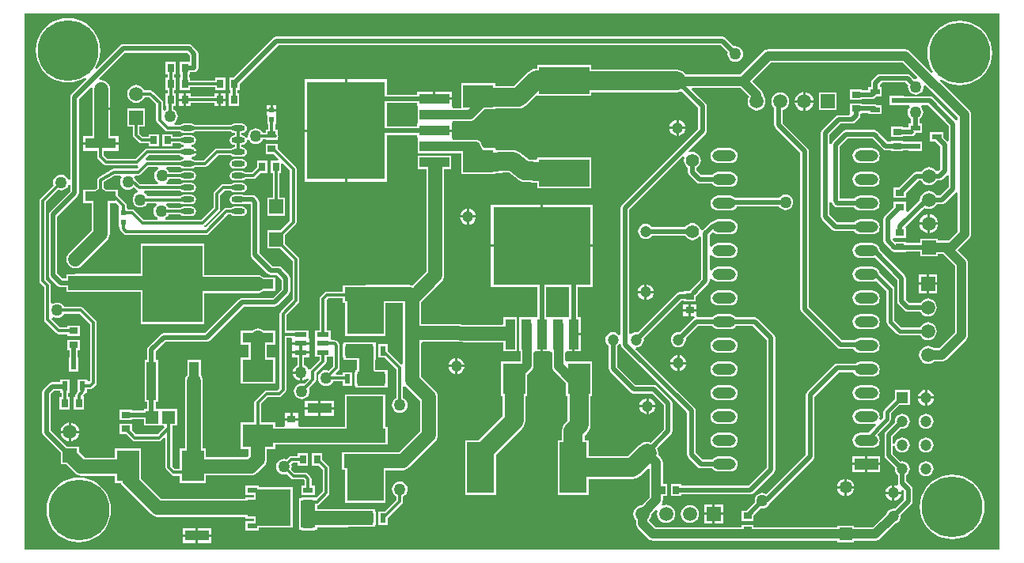
<source format=gtl>
G04 Layer_Physical_Order=1*
G04 Layer_Color=255*
%FSLAX43Y43*%
%MOMM*%
G71*
G01*
G75*
%ADD10R,0.700X0.900*%
%ADD11R,2.900X5.400*%
%ADD12R,4.500X1.500*%
%ADD13R,3.000X1.500*%
%ADD14R,1.500X3.000*%
%ADD15R,6.400X8.200*%
%ADD16R,1.050X4.100*%
%ADD17R,8.300X10.450*%
%ADD18R,3.200X1.050*%
%ADD19O,1.450X0.600*%
%ADD20R,0.900X0.700*%
%ADD21R,1.300X0.550*%
%ADD22R,10.450X8.300*%
%ADD23R,1.050X3.200*%
%ADD24R,2.400X3.300*%
%ADD25R,3.300X2.400*%
%ADD26R,5.400X2.900*%
%ADD27R,0.900X0.800*%
%ADD28R,2.600X1.100*%
%ADD29R,0.500X0.600*%
%ADD30R,1.500X1.500*%
%ADD31R,3.300X1.100*%
%ADD32R,1.050X0.600*%
%ADD33R,0.600X1.050*%
%ADD34R,0.610X1.020*%
%ADD35R,3.910X3.810*%
%ADD36R,1.020X0.610*%
%ADD37R,3.810X3.910*%
%ADD38R,4.400X1.500*%
%ADD39R,1.400X1.400*%
%ADD40C,0.500*%
%ADD41C,1.000*%
%ADD42C,2.000*%
%ADD43C,0.300*%
%ADD44C,1.500*%
%ADD45C,0.400*%
%ADD46C,1.200*%
%ADD47C,1.500*%
%ADD48C,1.400*%
%ADD49R,1.350X1.350*%
%ADD50C,1.350*%
%ADD51C,6.500*%
%ADD52O,2.500X1.200*%
%ADD53R,2.500X1.200*%
%ADD54R,1.200X1.200*%
%ADD55R,1.500X1.500*%
%ADD56C,1.270*%
G36*
X104667Y333D02*
X333D01*
Y57767D01*
X104667D01*
Y333D01*
D02*
G37*
%LPC*%
G36*
X75000Y55259D02*
X27300D01*
X27124Y55224D01*
X26976Y55124D01*
X22701Y50850D01*
X22250D01*
Y49550D01*
X22393D01*
Y49150D01*
X22200D01*
Y47850D01*
X23300D01*
Y49150D01*
X23107D01*
Y49550D01*
X23350D01*
Y50201D01*
X27490Y54341D01*
X74810D01*
X75580Y53571D01*
X75558Y53400D01*
X75586Y53182D01*
X75671Y52979D01*
X75804Y52804D01*
X75979Y52671D01*
X76182Y52586D01*
X76400Y52558D01*
X76618Y52586D01*
X76821Y52671D01*
X76996Y52804D01*
X77129Y52979D01*
X77214Y53182D01*
X77242Y53400D01*
X77214Y53618D01*
X77129Y53821D01*
X76996Y53996D01*
X76821Y54129D01*
X76618Y54214D01*
X76400Y54242D01*
X76229Y54220D01*
X75324Y55124D01*
X75176Y55224D01*
X75000Y55259D01*
D02*
G37*
G36*
X100400Y56961D02*
X99859Y56918D01*
X99331Y56791D01*
X98829Y56583D01*
X98366Y56300D01*
X97953Y55947D01*
X97600Y55534D01*
X97317Y55071D01*
X97109Y54569D01*
X96982Y54041D01*
X96939Y53500D01*
X96982Y52959D01*
X97109Y52431D01*
X97317Y51929D01*
X97576Y51505D01*
X97418Y51380D01*
X95099Y53699D01*
X94953Y53811D01*
X94783Y53882D01*
X94600Y53906D01*
X79900D01*
X79717Y53882D01*
X79547Y53811D01*
X79401Y53699D01*
X76908Y51206D01*
X71097D01*
X70971Y51371D01*
X70720Y51563D01*
X70428Y51684D01*
X70115Y51725D01*
X61000D01*
Y52200D01*
X55200D01*
Y51894D01*
X55115Y51810D01*
X54963Y51792D01*
X54810Y51775D01*
X54806Y51773D01*
X54801Y51773D01*
X54659Y51716D01*
X54516Y51660D01*
X54512Y51657D01*
X54508Y51656D01*
X54385Y51564D01*
X54262Y51473D01*
X52713Y49985D01*
X50750D01*
Y50275D01*
X47050D01*
Y47606D01*
X46195D01*
X46146Y47659D01*
X46054Y47821D01*
Y48473D01*
X44200D01*
Y48600D01*
X44073D01*
Y49379D01*
X42346D01*
Y49059D01*
X39154D01*
Y50679D01*
X34877D01*
Y45200D01*
Y39721D01*
X39154D01*
Y44741D01*
X42346D01*
Y44421D01*
X42390D01*
X42400Y44225D01*
X42400Y44221D01*
Y42775D01*
X46000D01*
Y42794D01*
X47050D01*
Y40525D01*
X50750D01*
Y40646D01*
X52201Y40680D01*
X53162Y39941D01*
X53206Y39915D01*
X53245Y39882D01*
X53342Y39836D01*
X53435Y39782D01*
X53485Y39769D01*
X53531Y39747D01*
X53637Y39728D01*
X53741Y39700D01*
X53792Y39700D01*
X53842Y39691D01*
X55200Y39626D01*
Y39000D01*
X61000D01*
Y42300D01*
X55200D01*
Y42194D01*
X55055Y42056D01*
X54337Y42091D01*
X53338Y42859D01*
X53256Y42907D01*
X53180Y42962D01*
X53120Y42985D01*
X53065Y43018D01*
X52973Y43042D01*
X52886Y43076D01*
X52822Y43083D01*
X52759Y43100D01*
X52665Y43100D01*
X52571Y43110D01*
X50893Y43070D01*
X50750Y43210D01*
Y43325D01*
X49473D01*
X49233Y43812D01*
X49220Y43831D01*
X49211Y43853D01*
X49169Y43908D01*
X49131Y43965D01*
X49113Y43981D01*
X49099Y43999D01*
X49044Y44041D01*
X48993Y44087D01*
X48972Y44097D01*
X48953Y44111D01*
X48889Y44138D01*
X48827Y44168D01*
X48804Y44173D01*
X48783Y44182D01*
X48714Y44191D01*
X48647Y44204D01*
X48623Y44203D01*
X48600Y44206D01*
X46500D01*
X46195D01*
X46146Y44259D01*
X46054Y44421D01*
Y45073D01*
X44200D01*
Y45327D01*
X46054D01*
Y45979D01*
X46146Y46141D01*
X46195Y46194D01*
X48000D01*
X48183Y46218D01*
X48353Y46289D01*
X48499Y46401D01*
X49574Y47475D01*
X50750D01*
Y47565D01*
X53200D01*
X53345Y47584D01*
X53490Y47600D01*
X53501Y47604D01*
X53513Y47606D01*
X53648Y47662D01*
X53784Y47715D01*
X53794Y47722D01*
X53805Y47727D01*
X53921Y47816D01*
X54038Y47902D01*
X55115Y48936D01*
X55200Y48900D01*
Y48900D01*
X61000D01*
Y49305D01*
X70115D01*
X70428Y49346D01*
X70624Y49427D01*
X72441Y47610D01*
Y45390D01*
X64276Y37224D01*
X64176Y37076D01*
X64141Y36900D01*
Y23346D01*
X63941Y23279D01*
X63871Y23371D01*
X63703Y23499D01*
X63509Y23579D01*
X63300Y23607D01*
X63091Y23579D01*
X62897Y23499D01*
X62729Y23371D01*
X62601Y23203D01*
X62521Y23009D01*
X62493Y22800D01*
X62521Y22591D01*
X62601Y22397D01*
X62729Y22229D01*
X62841Y22144D01*
Y19700D01*
X62876Y19524D01*
X62976Y19376D01*
X65176Y17176D01*
X65324Y17076D01*
X65500Y17041D01*
X67510D01*
X68741Y15810D01*
Y13190D01*
X67339Y11788D01*
X67263Y11819D01*
X66950Y11860D01*
X66637Y11819D01*
X66345Y11698D01*
X66094Y11506D01*
X64899Y10310D01*
X60700D01*
Y12000D01*
X60260D01*
Y12549D01*
X60531Y12819D01*
X60723Y13070D01*
X60844Y13362D01*
X60885Y13675D01*
Y16750D01*
X61075D01*
Y20450D01*
X58275D01*
X58206Y20621D01*
Y21394D01*
X58321Y21546D01*
X58406Y21546D01*
X58973D01*
Y23400D01*
X59100D01*
Y23527D01*
X59879D01*
Y25254D01*
X59559D01*
Y28446D01*
X61179D01*
Y32723D01*
X55700D01*
X50221D01*
Y28446D01*
X55241D01*
Y25254D01*
X54921D01*
Y25210D01*
X54725Y25200D01*
X54721Y25200D01*
X53275D01*
Y21600D01*
X53394D01*
Y20450D01*
X51325D01*
Y16750D01*
X51515D01*
Y14651D01*
X48863Y12000D01*
X47500D01*
Y6200D01*
X50800D01*
Y10513D01*
X53581Y13294D01*
X53773Y13545D01*
X53894Y13837D01*
X53935Y14150D01*
Y16750D01*
X54125D01*
Y19052D01*
X54599Y19526D01*
X54711Y19672D01*
X54782Y19842D01*
X54806Y20025D01*
Y21394D01*
X54921Y21546D01*
X55006Y21546D01*
X55573D01*
Y23400D01*
X55827D01*
Y21546D01*
X56479D01*
Y21546D01*
X56675Y21537D01*
X56786Y21457D01*
X56794Y21448D01*
Y19950D01*
X56818Y19767D01*
X56889Y19597D01*
X57001Y19451D01*
X58275Y18177D01*
Y16750D01*
X58465D01*
Y14176D01*
X58194Y13906D01*
X58002Y13655D01*
X57881Y13363D01*
X57840Y13050D01*
Y12000D01*
X57400D01*
Y6200D01*
X60700D01*
Y7890D01*
X65400D01*
X65713Y7931D01*
X66005Y8052D01*
X66256Y8244D01*
X67059Y9047D01*
X67244Y8971D01*
Y5922D01*
X66427Y5105D01*
X66202Y5076D01*
X65971Y4980D01*
X65772Y4828D01*
X65620Y4629D01*
X65524Y4398D01*
X65492Y4150D01*
X65524Y3902D01*
X65620Y3671D01*
X65764Y3484D01*
Y3130D01*
X65788Y2947D01*
X65859Y2777D01*
X65971Y2631D01*
X67101Y1501D01*
X67247Y1389D01*
X67417Y1318D01*
X67600Y1294D01*
X87325D01*
Y1125D01*
X89075D01*
Y1294D01*
X91400D01*
X91583Y1318D01*
X91753Y1389D01*
X91899Y1501D01*
X93526Y3128D01*
X93703Y3201D01*
X93871Y3329D01*
X93999Y3497D01*
X94079Y3691D01*
X94107Y3900D01*
X94089Y4040D01*
X95224Y5176D01*
X95324Y5324D01*
X95359Y5500D01*
Y6800D01*
X95324Y6976D01*
X95224Y7124D01*
X94709Y7640D01*
Y8324D01*
X94821Y8409D01*
X94949Y8577D01*
X95029Y8771D01*
X95057Y8980D01*
X95029Y9189D01*
X94949Y9383D01*
X94821Y9551D01*
X94653Y9679D01*
X94459Y9759D01*
X94250Y9787D01*
X94110Y9769D01*
X93259Y10620D01*
Y11388D01*
X93459Y11401D01*
X93471Y11311D01*
X93551Y11117D01*
X93679Y10949D01*
X93847Y10821D01*
X94041Y10741D01*
X94250Y10713D01*
X94459Y10741D01*
X94653Y10821D01*
X94821Y10949D01*
X94949Y11117D01*
X95029Y11311D01*
X95057Y11520D01*
X95029Y11729D01*
X94949Y11923D01*
X94821Y12091D01*
X94653Y12219D01*
X94459Y12299D01*
X94250Y12327D01*
X94041Y12299D01*
X93847Y12219D01*
X93679Y12091D01*
X93551Y11923D01*
X93471Y11729D01*
X93459Y11639D01*
X93259Y11652D01*
Y12420D01*
X94110Y13271D01*
X94250Y13253D01*
X94459Y13281D01*
X94653Y13361D01*
X94821Y13489D01*
X94949Y13657D01*
X95029Y13851D01*
X95057Y14060D01*
X95029Y14269D01*
X94949Y14463D01*
X94821Y14631D01*
X94653Y14759D01*
X94459Y14839D01*
X94250Y14867D01*
X94041Y14839D01*
X93847Y14759D01*
X93679Y14631D01*
X93551Y14463D01*
X93471Y14269D01*
X93443Y14060D01*
X93461Y13920D01*
X92576Y13034D01*
X92555Y13004D01*
X92476Y12924D01*
X92376Y12776D01*
X92341Y12600D01*
Y10430D01*
X92376Y10254D01*
X92476Y10106D01*
X93461Y9120D01*
X93443Y8980D01*
X93471Y8771D01*
X93551Y8577D01*
X93679Y8409D01*
X93791Y8324D01*
Y7450D01*
X93817Y7321D01*
X93709Y7206D01*
X93657Y7176D01*
X93523Y7232D01*
X93427Y7245D01*
Y6527D01*
X94145D01*
X94132Y6623D01*
X94123Y6646D01*
X94292Y6759D01*
X94441Y6610D01*
Y5690D01*
X93440Y4689D01*
X93300Y4707D01*
X93091Y4679D01*
X92897Y4599D01*
X92729Y4471D01*
X92601Y4303D01*
X92528Y4126D01*
X91108Y2706D01*
X89075D01*
Y2875D01*
X87325D01*
Y2706D01*
X78350D01*
Y3000D01*
X77050D01*
Y2706D01*
X67892D01*
X67176Y3422D01*
Y3536D01*
X67280Y3671D01*
X67376Y3902D01*
X67399Y4081D01*
X67941Y4622D01*
X68111Y4509D01*
X68064Y4398D01*
X68032Y4150D01*
X68064Y3902D01*
X68160Y3671D01*
X68312Y3472D01*
X68511Y3320D01*
X68742Y3224D01*
X68990Y3192D01*
X69238Y3224D01*
X69469Y3320D01*
X69668Y3472D01*
X69820Y3671D01*
X69916Y3902D01*
X69948Y4150D01*
X69916Y4398D01*
X69820Y4629D01*
X69668Y4828D01*
X69469Y4980D01*
X69238Y5076D01*
X69219Y5078D01*
X69166Y5114D01*
X68990Y5149D01*
X68814Y5114D01*
X68761Y5078D01*
X68742Y5076D01*
X68620Y5025D01*
X68494Y5189D01*
X68561Y5277D01*
X68632Y5447D01*
X68656Y5630D01*
Y6060D01*
X69100D01*
Y7360D01*
X68656D01*
Y9650D01*
X68632Y9833D01*
X68561Y10003D01*
X68449Y10149D01*
X68136Y10463D01*
X68160Y10650D01*
X68119Y10963D01*
X68029Y11180D01*
X69524Y12676D01*
X69624Y12824D01*
X69659Y13000D01*
Y16000D01*
X69624Y16176D01*
X69524Y16324D01*
X68024Y17824D01*
X67876Y17924D01*
X67700Y17959D01*
X65690D01*
X63759Y19890D01*
Y22144D01*
X63871Y22229D01*
X63941Y22321D01*
X64047Y22310D01*
X64149Y22263D01*
X64176Y22124D01*
X64276Y21976D01*
X71241Y15010D01*
Y10500D01*
X71276Y10324D01*
X71376Y10176D01*
X72376Y9176D01*
X72524Y9076D01*
X72700Y9041D01*
X73894D01*
X73979Y8929D01*
X74147Y8801D01*
X74341Y8721D01*
X74550Y8693D01*
X75850D01*
X76059Y8721D01*
X76253Y8801D01*
X76421Y8929D01*
X76549Y9097D01*
X76629Y9291D01*
X76657Y9500D01*
X76629Y9709D01*
X76549Y9903D01*
X76421Y10071D01*
X76253Y10199D01*
X76059Y10279D01*
X75850Y10307D01*
X74550D01*
X74341Y10279D01*
X74147Y10199D01*
X73979Y10071D01*
X73894Y9959D01*
X72890D01*
X72159Y10690D01*
Y15200D01*
X72124Y15376D01*
X72024Y15524D01*
X65751Y21798D01*
X65778Y21904D01*
X65834Y21998D01*
X66009Y22021D01*
X66203Y22101D01*
X66371Y22229D01*
X66499Y22397D01*
X66579Y22591D01*
X66607Y22800D01*
X66589Y22940D01*
X70640Y26991D01*
X70880D01*
Y26900D01*
X72180D01*
Y27446D01*
X72224Y27476D01*
X73524Y28776D01*
X73624Y28924D01*
X73659Y29100D01*
Y29326D01*
X73838Y29408D01*
X73859Y29407D01*
X73979Y29249D01*
X74147Y29121D01*
X74341Y29041D01*
X74550Y29013D01*
X75850D01*
X76059Y29041D01*
X76253Y29121D01*
X76421Y29249D01*
X76549Y29417D01*
X76629Y29611D01*
X76657Y29820D01*
X76629Y30029D01*
X76549Y30223D01*
X76421Y30391D01*
X76253Y30519D01*
X76059Y30599D01*
X75850Y30627D01*
X74550D01*
X74341Y30599D01*
X74147Y30519D01*
X73979Y30391D01*
X73859Y30233D01*
X73838Y30232D01*
X73659Y30314D01*
Y31866D01*
X73838Y31948D01*
X73859Y31947D01*
X73979Y31789D01*
X74147Y31661D01*
X74341Y31581D01*
X74550Y31553D01*
X75850D01*
X76059Y31581D01*
X76253Y31661D01*
X76421Y31789D01*
X76549Y31957D01*
X76629Y32151D01*
X76657Y32360D01*
X76629Y32569D01*
X76549Y32763D01*
X76421Y32931D01*
X76253Y33059D01*
X76059Y33139D01*
X75850Y33167D01*
X74550D01*
X74341Y33139D01*
X74147Y33059D01*
X73979Y32931D01*
X73859Y32773D01*
X73838Y32772D01*
X73659Y32854D01*
Y34010D01*
X73978Y34329D01*
X73979Y34329D01*
X74147Y34201D01*
X74341Y34121D01*
X74550Y34093D01*
X75850D01*
X76059Y34121D01*
X76253Y34201D01*
X76421Y34329D01*
X76549Y34497D01*
X76629Y34691D01*
X76657Y34900D01*
X76629Y35109D01*
X76549Y35303D01*
X76421Y35471D01*
X76253Y35599D01*
X76059Y35679D01*
X75850Y35707D01*
X74550D01*
X74341Y35679D01*
X74147Y35599D01*
X73979Y35471D01*
X73965Y35452D01*
X73824Y35424D01*
X73676Y35324D01*
X72890Y34539D01*
X72824Y34543D01*
X72681Y34593D01*
X72677Y34625D01*
X72586Y34844D01*
X72442Y35032D01*
X72254Y35176D01*
X72035Y35267D01*
X71800Y35298D01*
X71565Y35267D01*
X71346Y35176D01*
X71158Y35032D01*
X71018Y34849D01*
X67464D01*
X67371Y34971D01*
X67203Y35099D01*
X67009Y35179D01*
X66800Y35207D01*
X66591Y35179D01*
X66397Y35099D01*
X66229Y34971D01*
X66101Y34803D01*
X66021Y34609D01*
X65993Y34400D01*
X66021Y34191D01*
X66101Y33997D01*
X66229Y33829D01*
X66397Y33701D01*
X66591Y33621D01*
X66800Y33593D01*
X67009Y33621D01*
X67203Y33701D01*
X67371Y33829D01*
X67449Y33931D01*
X71018D01*
X71158Y33748D01*
X71346Y33604D01*
X71565Y33513D01*
X71800Y33482D01*
X72035Y33513D01*
X72254Y33604D01*
X72442Y33748D01*
X72541Y33878D01*
X72741Y33810D01*
Y29290D01*
X71576Y28124D01*
X71492Y28000D01*
X70880D01*
Y27909D01*
X70450D01*
X70274Y27874D01*
X70126Y27774D01*
X65940Y23589D01*
X65800Y23607D01*
X65591Y23579D01*
X65397Y23499D01*
X65259Y23393D01*
X65147Y23422D01*
X65059Y23477D01*
Y36710D01*
X70787Y42438D01*
X70956Y42324D01*
X70923Y42245D01*
X70892Y42010D01*
X70923Y41775D01*
X71014Y41556D01*
X71158Y41368D01*
X71341Y41228D01*
Y40750D01*
X71376Y40574D01*
X71476Y40426D01*
X72246Y39656D01*
X72394Y39556D01*
X72570Y39521D01*
X73894D01*
X73979Y39409D01*
X74147Y39281D01*
X74341Y39201D01*
X74550Y39173D01*
X75850D01*
X76059Y39201D01*
X76253Y39281D01*
X76421Y39409D01*
X76549Y39577D01*
X76629Y39771D01*
X76657Y39980D01*
X76629Y40189D01*
X76549Y40383D01*
X76421Y40551D01*
X76253Y40679D01*
X76059Y40759D01*
X75850Y40787D01*
X74550D01*
X74341Y40759D01*
X74147Y40679D01*
X73979Y40551D01*
X73894Y40439D01*
X72760D01*
X72259Y40940D01*
Y41228D01*
X72442Y41368D01*
X72586Y41556D01*
X72677Y41775D01*
X72708Y42010D01*
X72677Y42245D01*
X72586Y42464D01*
X72442Y42652D01*
X72254Y42796D01*
X72035Y42887D01*
X71800Y42918D01*
X71565Y42887D01*
X71486Y42854D01*
X71372Y43023D01*
X73224Y44876D01*
X73324Y45024D01*
X73359Y45200D01*
Y47800D01*
X73324Y47976D01*
X73224Y48124D01*
X71740Y49609D01*
X71816Y49794D01*
X76908D01*
X77873Y48829D01*
X77850Y48799D01*
X77754Y48568D01*
X77722Y48320D01*
X77754Y48072D01*
X77850Y47841D01*
X78002Y47642D01*
X78201Y47490D01*
X78432Y47394D01*
X78680Y47362D01*
X78928Y47394D01*
X79159Y47490D01*
X79358Y47642D01*
X79510Y47841D01*
X79606Y48072D01*
X79638Y48320D01*
X79606Y48568D01*
X79510Y48799D01*
X79386Y48960D01*
Y49020D01*
X79362Y49203D01*
X79291Y49373D01*
X79179Y49519D01*
X78198Y50500D01*
X80192Y52494D01*
X94308D01*
X95881Y50920D01*
X95788Y50731D01*
X95700Y50742D01*
X95529Y50720D01*
X95124Y51124D01*
X94976Y51224D01*
X94800Y51259D01*
X91900D01*
X91724Y51224D01*
X91576Y51124D01*
X91576Y51124D01*
X91056Y50604D01*
X90956Y50456D01*
X90921Y50280D01*
Y49850D01*
X90625D01*
Y49509D01*
X89950D01*
Y49600D01*
X88650D01*
Y48500D01*
X89950D01*
Y48591D01*
X91050D01*
X91226Y48626D01*
X91374Y48726D01*
X91499Y48850D01*
X92075D01*
Y49850D01*
X91839D01*
Y50090D01*
X92090Y50341D01*
X94610D01*
X94880Y50071D01*
X94858Y49900D01*
X94886Y49682D01*
X94971Y49479D01*
X95104Y49304D01*
X95279Y49171D01*
X95482Y49086D01*
X95700Y49058D01*
X95918Y49086D01*
X96121Y49171D01*
X96296Y49304D01*
X96429Y49479D01*
X96514Y49682D01*
X96542Y49900D01*
X96531Y49988D01*
X96720Y50081D01*
X100194Y46608D01*
Y46331D01*
X100114Y46281D01*
X99994Y46255D01*
X97524Y48724D01*
X97376Y48824D01*
X97200Y48859D01*
X94375D01*
Y48900D01*
X92925D01*
Y47900D01*
X94375D01*
Y47941D01*
X94981D01*
X95048Y47762D01*
X95051Y47741D01*
X94921Y47571D01*
X94836Y47368D01*
X94808Y47150D01*
X94836Y46932D01*
X94921Y46729D01*
X95054Y46554D01*
X95191Y46450D01*
Y45950D01*
X94925D01*
Y45509D01*
X94350D01*
Y45600D01*
X93050D01*
Y44500D01*
X94350D01*
Y44591D01*
X95250D01*
X95426Y44626D01*
X95574Y44726D01*
X95674Y44874D01*
X95689Y44950D01*
X96375D01*
Y45950D01*
X96109D01*
Y46450D01*
X96246Y46554D01*
X96379Y46729D01*
X96464Y46932D01*
X96492Y47150D01*
X96464Y47368D01*
X96379Y47571D01*
X96249Y47741D01*
X96252Y47762D01*
X96319Y47941D01*
X97010D01*
X99241Y45710D01*
Y44141D01*
X99041Y44058D01*
X98675Y44424D01*
Y45000D01*
X97225D01*
Y44000D01*
X97801D01*
X98341Y43460D01*
Y41090D01*
X98118Y40867D01*
X98089Y40857D01*
X97870Y40877D01*
X97778Y40998D01*
X97579Y41150D01*
X97348Y41246D01*
X97100Y41278D01*
X96852Y41246D01*
X96621Y41150D01*
X96422Y40998D01*
X96270Y40799D01*
X96262Y40779D01*
X95790D01*
X95614Y40744D01*
X95466Y40644D01*
X93901Y39080D01*
X93350D01*
Y37980D01*
X94650D01*
Y38531D01*
X95980Y39861D01*
X96262D01*
X96270Y39841D01*
X96422Y39642D01*
X96621Y39490D01*
X96852Y39394D01*
X97100Y39362D01*
X97348Y39394D01*
X97579Y39490D01*
X97778Y39642D01*
X97930Y39841D01*
X97938Y39861D01*
X98220D01*
X98396Y39896D01*
X98544Y39996D01*
X99041Y40492D01*
X99241Y40409D01*
Y39170D01*
X98310Y38239D01*
X97938D01*
X97930Y38259D01*
X97778Y38458D01*
X97579Y38610D01*
X97348Y38706D01*
X97100Y38738D01*
X96852Y38706D01*
X96621Y38610D01*
X96422Y38458D01*
X96270Y38259D01*
X96174Y38028D01*
X96142Y37780D01*
X96148Y37736D01*
X94865Y36454D01*
X94821Y36451D01*
X94650Y36599D01*
X94650Y36663D01*
Y37580D01*
X93350D01*
Y37029D01*
X92376Y36054D01*
X92276Y35906D01*
X92241Y35730D01*
Y33400D01*
X92276Y33224D01*
X92376Y33076D01*
X93076Y32376D01*
X93224Y32276D01*
X93350Y32251D01*
Y32200D01*
X94650D01*
Y32241D01*
X96150D01*
Y31750D01*
X98050D01*
Y31994D01*
X98608D01*
X99894Y30708D01*
Y23592D01*
X98188Y21886D01*
X97640D01*
X97479Y22010D01*
X97248Y22106D01*
X97000Y22138D01*
X96752Y22106D01*
X96521Y22010D01*
X96322Y21858D01*
X96170Y21659D01*
X96074Y21428D01*
X96042Y21180D01*
X96074Y20932D01*
X96170Y20701D01*
X96322Y20502D01*
X96521Y20350D01*
X96752Y20254D01*
X97000Y20222D01*
X97248Y20254D01*
X97479Y20350D01*
X97640Y20474D01*
X98480D01*
X98663Y20498D01*
X98833Y20569D01*
X98979Y20681D01*
X101099Y22801D01*
X101211Y22947D01*
X101282Y23117D01*
X101306Y23300D01*
Y31000D01*
X101282Y31183D01*
X101211Y31353D01*
X101099Y31499D01*
X100198Y32400D01*
X101399Y33601D01*
X101511Y33747D01*
X101582Y33917D01*
X101606Y34100D01*
Y46900D01*
X101582Y47083D01*
X101511Y47253D01*
X101399Y47399D01*
X98280Y50518D01*
X98405Y50676D01*
X98829Y50417D01*
X99331Y50209D01*
X99859Y50082D01*
X100400Y50039D01*
X100941Y50082D01*
X101469Y50209D01*
X101971Y50417D01*
X102434Y50700D01*
X102847Y51053D01*
X103200Y51466D01*
X103483Y51929D01*
X103691Y52431D01*
X103818Y52959D01*
X103861Y53500D01*
X103818Y54041D01*
X103691Y54569D01*
X103483Y55071D01*
X103200Y55534D01*
X102847Y55947D01*
X102434Y56300D01*
X101971Y56583D01*
X101469Y56791D01*
X100941Y56918D01*
X100400Y56961D01*
D02*
G37*
G36*
X5000Y57261D02*
X4459Y57218D01*
X3931Y57091D01*
X3429Y56883D01*
X2966Y56600D01*
X2553Y56247D01*
X2200Y55834D01*
X1917Y55371D01*
X1709Y54869D01*
X1582Y54341D01*
X1539Y53800D01*
X1582Y53259D01*
X1709Y52731D01*
X1917Y52229D01*
X2200Y51766D01*
X2553Y51353D01*
X2966Y51000D01*
X3429Y50717D01*
X3931Y50509D01*
X4459Y50382D01*
X5000Y50339D01*
X5541Y50382D01*
X6069Y50509D01*
X6571Y50717D01*
X6865Y50896D01*
X6989Y50738D01*
X5376Y49124D01*
X5276Y48976D01*
X5241Y48800D01*
Y39962D01*
X5041Y39922D01*
X4979Y40071D01*
X4846Y40246D01*
X4671Y40379D01*
X4468Y40464D01*
X4250Y40492D01*
X4032Y40464D01*
X3829Y40379D01*
X3654Y40246D01*
X3521Y40071D01*
X3436Y39868D01*
X3408Y39650D01*
X3436Y39432D01*
X3463Y39368D01*
X2048Y37952D01*
X1970Y37837D01*
X1943Y37700D01*
Y29100D01*
X1970Y28963D01*
X2048Y28848D01*
X2443Y28452D01*
Y24950D01*
X2470Y24813D01*
X2548Y24698D01*
X3748Y23498D01*
X3863Y23420D01*
X4000Y23393D01*
X4950D01*
Y23200D01*
X6250D01*
Y24300D01*
X4950D01*
Y24107D01*
X4148D01*
X3253Y25002D01*
X3267Y25093D01*
X3323Y25137D01*
X3485Y25197D01*
X3632Y25136D01*
X3850Y25108D01*
X4068Y25136D01*
X4271Y25221D01*
X4446Y25354D01*
X4579Y25529D01*
X4606Y25593D01*
X6252D01*
X7343Y24502D01*
Y18419D01*
X7250Y18345D01*
X7050Y18441D01*
Y18575D01*
X6050D01*
Y17255D01*
X5898Y17102D01*
X5820Y16987D01*
X5793Y16850D01*
Y16650D01*
X5600D01*
Y15350D01*
X6700D01*
Y16650D01*
X6700D01*
X6655Y16850D01*
X6802Y16998D01*
X6880Y17113D01*
X6882Y17125D01*
X7050D01*
Y17493D01*
X7350D01*
X7487Y17520D01*
X7602Y17598D01*
X7952Y17948D01*
X8030Y18063D01*
X8057Y18200D01*
Y24650D01*
X8030Y24787D01*
X7952Y24902D01*
X6652Y26202D01*
X6537Y26280D01*
X6400Y26307D01*
X4606D01*
X4579Y26371D01*
X4446Y26546D01*
X4271Y26679D01*
X4068Y26764D01*
X3850Y26792D01*
X3632Y26764D01*
X3429Y26679D01*
X3357Y26624D01*
X3157Y26723D01*
Y28600D01*
X3130Y28737D01*
X3052Y28852D01*
X2657Y29248D01*
Y37552D01*
X3968Y38863D01*
X4032Y38836D01*
X4250Y38808D01*
X4468Y38836D01*
X4671Y38921D01*
X4846Y39054D01*
X4979Y39229D01*
X5041Y39378D01*
X5241Y39338D01*
Y38690D01*
X3076Y36524D01*
X2976Y36376D01*
X2941Y36200D01*
Y29700D01*
X2976Y29524D01*
X3076Y29376D01*
X3887Y28564D01*
X4036Y28464D01*
X4212Y28429D01*
X4850D01*
Y27938D01*
X5738D01*
X5800Y27930D01*
X12800D01*
Y24500D01*
X19600D01*
Y27792D01*
X25300D01*
X25548Y27824D01*
X25779Y27920D01*
X25883Y28000D01*
X27150D01*
Y29500D01*
X25883D01*
X25779Y29580D01*
X25548Y29676D01*
X25300Y29708D01*
X19600D01*
Y33100D01*
X12800D01*
Y29846D01*
X5800D01*
X5738Y29838D01*
X4850D01*
Y29347D01*
X4402D01*
X3859Y29890D01*
Y36010D01*
X6024Y38176D01*
X6124Y38324D01*
X6159Y38500D01*
Y48610D01*
X7424Y49875D01*
X7614Y49782D01*
X7596Y49646D01*
Y44654D01*
X6596D01*
Y43977D01*
X10404D01*
Y44654D01*
X9512D01*
Y47249D01*
X9520Y47268D01*
X9534Y47373D01*
X8654D01*
Y47627D01*
X9534D01*
X9520Y47732D01*
X9512Y47751D01*
Y49646D01*
X9480Y49894D01*
X9384Y50125D01*
X9232Y50324D01*
X9033Y50476D01*
X8802Y50572D01*
X8554Y50604D01*
X8418Y50586D01*
X8325Y50776D01*
X11090Y53541D01*
X17735D01*
X18041Y53235D01*
Y52550D01*
X16950D01*
Y51250D01*
X17041D01*
Y50850D01*
X16950D01*
Y49550D01*
X18050D01*
Y49843D01*
X20750D01*
Y49550D01*
X21850D01*
Y50850D01*
X20750D01*
Y50557D01*
X18050D01*
Y50850D01*
X17959D01*
Y51250D01*
X18050D01*
Y51441D01*
X18500D01*
X18676Y51476D01*
X18824Y51576D01*
X18924Y51724D01*
X18959Y51900D01*
Y53425D01*
X18924Y53601D01*
X18824Y53749D01*
X18249Y54324D01*
X18101Y54424D01*
X17925Y54459D01*
X10900D01*
X10724Y54424D01*
X10576Y54324D01*
X8062Y51811D01*
X7904Y51935D01*
X8083Y52229D01*
X8291Y52731D01*
X8418Y53259D01*
X8461Y53800D01*
X8418Y54341D01*
X8291Y54869D01*
X8083Y55371D01*
X7800Y55834D01*
X7447Y56247D01*
X7034Y56600D01*
X6571Y56883D01*
X6069Y57091D01*
X5541Y57218D01*
X5000Y57261D01*
D02*
G37*
G36*
X46054Y49379D02*
X44327D01*
Y48727D01*
X46054D01*
Y49379D01*
D02*
G37*
G36*
X21854Y49204D02*
X21377D01*
Y48627D01*
X21854D01*
Y49204D01*
D02*
G37*
G36*
X17373Y49204D02*
X16896D01*
Y48627D01*
X17373D01*
Y49204D01*
D02*
G37*
G36*
X83887Y49316D02*
Y48447D01*
X84756D01*
X84738Y48582D01*
X84637Y48826D01*
X84476Y49036D01*
X84266Y49197D01*
X84022Y49298D01*
X83887Y49316D01*
D02*
G37*
G36*
X83633D02*
X83498Y49298D01*
X83254Y49197D01*
X83044Y49036D01*
X82883Y48826D01*
X82782Y48582D01*
X82764Y48447D01*
X83633D01*
Y49316D01*
D02*
G37*
G36*
X17373Y48373D02*
X16896D01*
Y47796D01*
X17373D01*
Y48373D01*
D02*
G37*
G36*
X21854D02*
X21377D01*
Y47796D01*
X21854D01*
Y48373D01*
D02*
G37*
G36*
X18104Y49204D02*
X17627D01*
Y48500D01*
Y47796D01*
X18104D01*
Y48143D01*
X20646D01*
Y47796D01*
X21123D01*
Y48500D01*
Y49204D01*
X20646D01*
Y48857D01*
X18104D01*
Y49204D01*
D02*
G37*
G36*
X27304Y47954D02*
X26927D01*
Y47527D01*
X27304D01*
Y47954D01*
D02*
G37*
G36*
X26673D02*
X26296D01*
Y47527D01*
X26673D01*
Y47954D01*
D02*
G37*
G36*
X87250Y49270D02*
X85350D01*
Y47370D01*
X87250D01*
Y49270D01*
D02*
G37*
G36*
X16550Y52550D02*
X15450D01*
Y51250D01*
X15643D01*
Y50850D01*
X15450D01*
Y49550D01*
X15643D01*
Y49150D01*
X15450D01*
Y47850D01*
X15543D01*
Y47456D01*
X15479Y47429D01*
X15357Y47336D01*
X15185Y47399D01*
X15157Y47424D01*
Y48180D01*
X15130Y48317D01*
X15052Y48432D01*
X14092Y49392D01*
X13977Y49470D01*
X13840Y49497D01*
X13180D01*
X13130Y49619D01*
X12978Y49818D01*
X12779Y49970D01*
X12548Y50066D01*
X12300Y50098D01*
X12052Y50066D01*
X11821Y49970D01*
X11622Y49818D01*
X11470Y49619D01*
X11374Y49388D01*
X11342Y49140D01*
X11374Y48892D01*
X11470Y48661D01*
X11622Y48462D01*
X11821Y48310D01*
X12052Y48214D01*
X12300Y48182D01*
X12548Y48214D01*
X12779Y48310D01*
X12978Y48462D01*
X13130Y48661D01*
X13180Y48783D01*
X13692D01*
X14443Y48032D01*
Y46300D01*
X14470Y46163D01*
X14548Y46048D01*
X15403Y45193D01*
X15518Y45115D01*
X15655Y45088D01*
X16987D01*
X16990Y45085D01*
X17155Y44974D01*
X17350Y44935D01*
X18200D01*
X18395Y44974D01*
X18560Y45085D01*
X18563Y45088D01*
X22437D01*
X22440Y45085D01*
X22605Y44974D01*
X22800Y44935D01*
X22868D01*
Y44685D01*
X22800D01*
X22605Y44646D01*
X22440Y44535D01*
X22329Y44370D01*
X22290Y44175D01*
X22329Y43980D01*
X22440Y43815D01*
X22605Y43704D01*
X22800Y43665D01*
X22868D01*
Y43415D01*
X22800D01*
X22605Y43376D01*
X22440Y43265D01*
X22437Y43262D01*
X20905D01*
X20768Y43235D01*
X20653Y43157D01*
X19487Y41992D01*
X18563D01*
X18560Y41995D01*
X18395Y42106D01*
X18200Y42145D01*
Y42340D01*
X18416Y42383D01*
X18599Y42506D01*
X18722Y42689D01*
X18740Y42778D01*
X17775D01*
Y43032D01*
X18740D01*
X18722Y43121D01*
X18599Y43304D01*
X18416Y43427D01*
X18200Y43470D01*
Y43665D01*
X18395Y43704D01*
X18560Y43815D01*
X18671Y43980D01*
X18710Y44175D01*
X18671Y44370D01*
X18560Y44535D01*
X18395Y44646D01*
X18200Y44685D01*
X17350D01*
X17155Y44646D01*
X16990Y44535D01*
X16987Y44532D01*
X16200D01*
Y44825D01*
X15100D01*
Y43525D01*
X16200D01*
Y43818D01*
X16987D01*
X16990Y43815D01*
X17155Y43704D01*
X17350Y43665D01*
Y43470D01*
X17134Y43427D01*
X16951Y43304D01*
X16922Y43262D01*
X13505D01*
X13369Y43235D01*
X13253Y43157D01*
X12252Y42157D01*
X9248D01*
X8857Y42548D01*
Y43046D01*
X10404D01*
Y43723D01*
X6596D01*
Y43046D01*
X8143D01*
Y42400D01*
X8170Y42263D01*
X8248Y42148D01*
X8848Y41548D01*
X8964Y41470D01*
X9100Y41443D01*
X12400D01*
X12469Y41457D01*
X12568Y41272D01*
X12412Y41117D01*
X9900D01*
X9872Y41111D01*
X9844Y41112D01*
X9805Y41098D01*
X9763Y41090D01*
X9740Y41074D01*
X9713Y41064D01*
X8313Y40204D01*
X8282Y40176D01*
X8248Y40152D01*
X8232Y40129D01*
X8211Y40109D01*
X8194Y40071D01*
X8170Y40037D01*
X8165Y40009D01*
X8153Y39983D01*
X8151Y39941D01*
X8143Y39900D01*
Y39030D01*
X8021Y38980D01*
X7917Y38900D01*
X6650D01*
Y37400D01*
X7542D01*
Y34525D01*
X5122Y32106D01*
X4970Y31907D01*
X4874Y31676D01*
X4842Y31428D01*
X4874Y31180D01*
X4970Y30949D01*
X5122Y30751D01*
X5321Y30598D01*
X5552Y30503D01*
X5800Y30470D01*
X6048Y30503D01*
X6279Y30598D01*
X6478Y30751D01*
X9178Y33451D01*
X9330Y33649D01*
X9426Y33880D01*
X9458Y34128D01*
Y37400D01*
X10157D01*
X10457Y37100D01*
X10450Y36900D01*
X10450D01*
Y36100D01*
X10450Y35900D01*
X10450Y35700D01*
Y34900D01*
X10543D01*
Y34700D01*
X10570Y34563D01*
X10648Y34448D01*
X10948Y34148D01*
X11063Y34070D01*
X11200Y34043D01*
X19800D01*
X19937Y34070D01*
X20052Y34148D01*
X22103Y36198D01*
X22437D01*
X22440Y36195D01*
X22605Y36084D01*
X22800Y36045D01*
X23650D01*
X23845Y36084D01*
X24010Y36195D01*
X24121Y36360D01*
X24160Y36555D01*
X24121Y36750D01*
X24010Y36915D01*
X23845Y37026D01*
X23650Y37065D01*
X22800D01*
X22605Y37026D01*
X22440Y36915D01*
X22437Y36912D01*
X21955D01*
X21818Y36885D01*
X21703Y36807D01*
X19686Y34791D01*
X19632Y34801D01*
X19597Y35010D01*
X19652Y35048D01*
X21152Y36548D01*
X21230Y36663D01*
X21257Y36800D01*
Y38252D01*
X21743Y38738D01*
X22437D01*
X22440Y38735D01*
X22605Y38624D01*
X22800Y38585D01*
X23650D01*
X23845Y38624D01*
X24010Y38735D01*
X24121Y38900D01*
X24160Y39095D01*
X24121Y39290D01*
X24010Y39455D01*
X23845Y39566D01*
X23650Y39605D01*
X22800D01*
X22605Y39566D01*
X22440Y39455D01*
X22437Y39452D01*
X21595D01*
X21458Y39425D01*
X21343Y39347D01*
X20648Y38652D01*
X20570Y38537D01*
X20543Y38400D01*
Y36948D01*
X19252Y35657D01*
X15428D01*
X15388Y35857D01*
X15421Y35871D01*
X15596Y36004D01*
X15729Y36179D01*
X15737Y36198D01*
X16987D01*
X16990Y36195D01*
X17155Y36084D01*
X17350Y36045D01*
X18200D01*
X18395Y36084D01*
X18560Y36195D01*
X18671Y36360D01*
X18710Y36555D01*
X18671Y36750D01*
X18560Y36915D01*
X18395Y37026D01*
X18200Y37065D01*
X17350D01*
X17155Y37026D01*
X16990Y36915D01*
X16987Y36912D01*
X15775D01*
X15729Y37021D01*
X15596Y37196D01*
X15533Y37243D01*
X15601Y37443D01*
X17022D01*
X17155Y37354D01*
X17350Y37315D01*
X18200D01*
X18395Y37354D01*
X18560Y37465D01*
X18671Y37630D01*
X18710Y37825D01*
X18671Y38020D01*
X18560Y38185D01*
X18395Y38296D01*
X18200Y38335D01*
X17350D01*
X17155Y38296D01*
X16990Y38185D01*
X16970Y38157D01*
X13506D01*
X13479Y38221D01*
X13346Y38396D01*
X13171Y38529D01*
X13150Y38538D01*
X13190Y38738D01*
X16987D01*
X16990Y38735D01*
X17155Y38624D01*
X17350Y38585D01*
X18200D01*
X18395Y38624D01*
X18560Y38735D01*
X18671Y38900D01*
X18710Y39095D01*
X18671Y39290D01*
X18560Y39455D01*
X18395Y39566D01*
X18200Y39605D01*
X17350D01*
X17155Y39566D01*
X16990Y39455D01*
X16987Y39452D01*
X15564D01*
X15510Y39580D01*
X15507Y39652D01*
X15661Y39769D01*
X15794Y39944D01*
X15821Y40008D01*
X16987D01*
X16990Y40005D01*
X17155Y39894D01*
X17350Y39855D01*
X18200D01*
X18395Y39894D01*
X18560Y40005D01*
X18671Y40170D01*
X18710Y40365D01*
X18671Y40560D01*
X18560Y40725D01*
X18395Y40836D01*
X18200Y40875D01*
X17350D01*
X17155Y40836D01*
X16990Y40725D01*
X16987Y40722D01*
X15821D01*
X15794Y40786D01*
X15661Y40961D01*
X15507Y41078D01*
X15510Y41150D01*
X15564Y41278D01*
X16987D01*
X16990Y41275D01*
X17155Y41164D01*
X17350Y41125D01*
X18200D01*
X18395Y41164D01*
X18560Y41275D01*
X18563Y41278D01*
X19635D01*
X19772Y41305D01*
X19887Y41383D01*
X21053Y42548D01*
X22437D01*
X22440Y42545D01*
X22605Y42434D01*
X22800Y42395D01*
X23650D01*
X23845Y42434D01*
X24010Y42545D01*
X24121Y42710D01*
X24160Y42905D01*
X24121Y43100D01*
X24010Y43265D01*
X23845Y43376D01*
X23650Y43415D01*
X23582D01*
Y43665D01*
X23650D01*
X23845Y43704D01*
X24010Y43815D01*
X24121Y43980D01*
X24160Y44175D01*
X24356Y44215D01*
X24371Y44179D01*
X24504Y44004D01*
X24679Y43871D01*
X24882Y43786D01*
X25100Y43758D01*
X25318Y43786D01*
X25521Y43871D01*
X25696Y44004D01*
X25829Y44179D01*
X25856Y44243D01*
X26150D01*
Y44200D01*
X27450D01*
Y44419D01*
X27480Y44463D01*
X27507Y44600D01*
X27480Y44737D01*
X27450Y44781D01*
Y45300D01*
X27157D01*
Y45900D01*
X27250D01*
Y46846D01*
X27304D01*
Y47273D01*
X26296D01*
Y46846D01*
X26350D01*
Y45900D01*
X26443D01*
Y45300D01*
X26150D01*
Y44957D01*
X25856D01*
X25829Y45021D01*
X25696Y45196D01*
X25521Y45329D01*
X25318Y45414D01*
X25100Y45442D01*
X24882Y45414D01*
X24679Y45329D01*
X24504Y45196D01*
X24371Y45021D01*
X24286Y44818D01*
X24258Y44600D01*
X24270Y44507D01*
X24078Y44435D01*
X24010Y44535D01*
X23845Y44646D01*
X23650Y44685D01*
X23582D01*
Y44935D01*
X23650D01*
X23845Y44974D01*
X24010Y45085D01*
X24121Y45250D01*
X24160Y45445D01*
X24121Y45640D01*
X24010Y45805D01*
X23845Y45916D01*
X23650Y45955D01*
X22800D01*
X22605Y45916D01*
X22440Y45805D01*
X22437Y45802D01*
X18563D01*
X18560Y45805D01*
X18395Y45916D01*
X18200Y45955D01*
X17350D01*
X17155Y45916D01*
X16990Y45805D01*
X16987Y45802D01*
X16414D01*
X16400Y45826D01*
X16362Y46002D01*
X16495Y46104D01*
X16629Y46279D01*
X16713Y46482D01*
X16742Y46700D01*
X16713Y46918D01*
X16629Y47121D01*
X16495Y47295D01*
X16321Y47429D01*
X16257Y47456D01*
Y47850D01*
X16550D01*
Y49150D01*
X16357D01*
Y49550D01*
X16550D01*
Y50850D01*
X16357D01*
Y51250D01*
X16550D01*
Y52550D01*
D02*
G37*
G36*
X84756Y48193D02*
X83887D01*
Y47324D01*
X84022Y47342D01*
X84266Y47443D01*
X84476Y47604D01*
X84637Y47814D01*
X84738Y48058D01*
X84756Y48193D01*
D02*
G37*
G36*
X83633D02*
X82764D01*
X82782Y48058D01*
X82883Y47814D01*
X83044Y47604D01*
X83254Y47443D01*
X83498Y47342D01*
X83633Y47324D01*
Y48193D01*
D02*
G37*
G36*
X89950Y48100D02*
X88650D01*
Y47000D01*
X88508Y46859D01*
X87450D01*
X87274Y46824D01*
X87126Y46724D01*
X85676Y45274D01*
X85576Y45126D01*
X85541Y44950D01*
Y36000D01*
X85576Y35824D01*
X85676Y35676D01*
X86776Y34576D01*
X86924Y34476D01*
X87100Y34441D01*
X89094D01*
X89179Y34329D01*
X89347Y34201D01*
X89541Y34121D01*
X89750Y34093D01*
X91050D01*
X91259Y34121D01*
X91453Y34201D01*
X91621Y34329D01*
X91749Y34497D01*
X91829Y34691D01*
X91857Y34900D01*
X91829Y35109D01*
X91749Y35303D01*
X91621Y35471D01*
X91453Y35599D01*
X91259Y35679D01*
X91050Y35707D01*
X89750D01*
X89541Y35679D01*
X89347Y35599D01*
X89179Y35471D01*
X89094Y35359D01*
X87290D01*
X86459Y36190D01*
Y37532D01*
X86659Y37551D01*
X86676Y37464D01*
X86776Y37316D01*
X86976Y37116D01*
X87124Y37016D01*
X87300Y36981D01*
X89094D01*
X89179Y36869D01*
X89347Y36741D01*
X89541Y36661D01*
X89750Y36633D01*
X91050D01*
X91259Y36661D01*
X91453Y36741D01*
X91621Y36869D01*
X91749Y37037D01*
X91829Y37231D01*
X91857Y37440D01*
X91829Y37649D01*
X91749Y37843D01*
X91621Y38011D01*
X91453Y38139D01*
X91259Y38219D01*
X91050Y38247D01*
X89750D01*
X89541Y38219D01*
X89347Y38139D01*
X89179Y38011D01*
X89094Y37899D01*
X87559D01*
Y43460D01*
X88440Y44341D01*
X91060D01*
X92176Y43226D01*
X92324Y43126D01*
X92500Y43091D01*
X93050D01*
Y43000D01*
X94350D01*
Y43091D01*
X94925D01*
Y43050D01*
X96375D01*
Y44050D01*
X94925D01*
Y44009D01*
X94350D01*
Y44100D01*
X93050D01*
Y44009D01*
X92690D01*
X91574Y45124D01*
X91426Y45224D01*
X91250Y45259D01*
X88250D01*
X88074Y45224D01*
X87926Y45124D01*
X86776Y43974D01*
X86676Y43826D01*
X86659Y43739D01*
X86459Y43758D01*
Y44760D01*
X87640Y45941D01*
X88900D01*
X89076Y45976D01*
X89224Y46076D01*
X89624Y46476D01*
X89724Y46624D01*
X89759Y46800D01*
Y47000D01*
X89950D01*
Y47091D01*
X90625D01*
Y46950D01*
X92075D01*
Y47950D01*
X91461D01*
X91426Y47974D01*
X91250Y48009D01*
X89950D01*
Y48100D01*
D02*
G37*
G36*
X70327Y46345D02*
Y45627D01*
X71045D01*
X71032Y45723D01*
X70946Y45931D01*
X70809Y46109D01*
X70631Y46246D01*
X70423Y46332D01*
X70327Y46345D01*
D02*
G37*
G36*
X70073Y46345D02*
X69977Y46332D01*
X69769Y46246D01*
X69591Y46109D01*
X69454Y45931D01*
X69368Y45723D01*
X69355Y45627D01*
X70073D01*
Y46345D01*
D02*
G37*
G36*
X34623Y50679D02*
X30346D01*
Y45327D01*
X34623D01*
Y50679D01*
D02*
G37*
G36*
X70073Y45373D02*
X69355D01*
X69368Y45277D01*
X69454Y45069D01*
X69591Y44891D01*
X69769Y44754D01*
X69977Y44668D01*
X70073Y44655D01*
Y45373D01*
D02*
G37*
G36*
X71045D02*
X70327D01*
Y44655D01*
X70423Y44668D01*
X70631Y44754D01*
X70809Y44891D01*
X70946Y45069D01*
X71032Y45277D01*
X71045Y45373D01*
D02*
G37*
G36*
X13250Y47550D02*
X11350D01*
Y45650D01*
X11943D01*
Y44730D01*
X11970Y44593D01*
X12048Y44478D01*
X12603Y43923D01*
X12718Y43845D01*
X12855Y43818D01*
X13600D01*
Y43525D01*
X14700D01*
Y44825D01*
X13600D01*
Y44532D01*
X13003D01*
X12657Y44878D01*
Y45650D01*
X13250D01*
Y47550D01*
D02*
G37*
G36*
X91050Y43327D02*
X89750D01*
X89541Y43299D01*
X89347Y43219D01*
X89179Y43091D01*
X89051Y42923D01*
X88971Y42729D01*
X88943Y42520D01*
X88971Y42311D01*
X89051Y42117D01*
X89179Y41949D01*
X89347Y41821D01*
X89541Y41741D01*
X89750Y41713D01*
X91050D01*
X91259Y41741D01*
X91453Y41821D01*
X91621Y41949D01*
X91749Y42117D01*
X91829Y42311D01*
X91857Y42520D01*
X91829Y42729D01*
X91749Y42923D01*
X91621Y43091D01*
X91453Y43219D01*
X91259Y43299D01*
X91050Y43327D01*
D02*
G37*
G36*
X75850D02*
X74550D01*
X74341Y43299D01*
X74147Y43219D01*
X73979Y43091D01*
X73851Y42923D01*
X73771Y42729D01*
X73743Y42520D01*
X73771Y42311D01*
X73851Y42117D01*
X73979Y41949D01*
X74147Y41821D01*
X74341Y41741D01*
X74550Y41713D01*
X75850D01*
X76059Y41741D01*
X76253Y41821D01*
X76421Y41949D01*
X76549Y42117D01*
X76629Y42311D01*
X76657Y42520D01*
X76629Y42729D01*
X76549Y42923D01*
X76421Y43091D01*
X76253Y43219D01*
X76059Y43299D01*
X75850Y43327D01*
D02*
G37*
G36*
X23650Y42145D02*
X22800D01*
X22605Y42106D01*
X22440Y41995D01*
X22329Y41830D01*
X22290Y41635D01*
X22329Y41440D01*
X22440Y41275D01*
X22605Y41164D01*
X22800Y41125D01*
X23650D01*
X23845Y41164D01*
X24010Y41275D01*
X24121Y41440D01*
X24160Y41635D01*
X24121Y41830D01*
X24010Y41995D01*
X23845Y42106D01*
X23650Y42145D01*
D02*
G37*
G36*
X26300Y41950D02*
X25200D01*
Y41255D01*
X24667Y40722D01*
X24013D01*
X24010Y40725D01*
X23845Y40836D01*
X23650Y40875D01*
X22800D01*
X22605Y40836D01*
X22440Y40725D01*
X22329Y40560D01*
X22290Y40365D01*
X22329Y40170D01*
X22440Y40005D01*
X22605Y39894D01*
X22800Y39855D01*
X23650D01*
X23845Y39894D01*
X24010Y40005D01*
X24013Y40008D01*
X24815D01*
X24952Y40035D01*
X25067Y40113D01*
X25605Y40650D01*
X26300D01*
Y41950D01*
D02*
G37*
G36*
X34623Y45073D02*
X30346D01*
Y39721D01*
X34623D01*
Y45073D01*
D02*
G37*
G36*
X91050Y40787D02*
X89750D01*
X89541Y40759D01*
X89347Y40679D01*
X89179Y40551D01*
X89051Y40383D01*
X88971Y40189D01*
X88943Y39980D01*
X88971Y39771D01*
X89051Y39577D01*
X89179Y39409D01*
X89347Y39281D01*
X89541Y39201D01*
X89750Y39173D01*
X91050D01*
X91259Y39201D01*
X91453Y39281D01*
X91621Y39409D01*
X91749Y39577D01*
X91829Y39771D01*
X91857Y39980D01*
X91829Y40189D01*
X91749Y40383D01*
X91621Y40551D01*
X91453Y40679D01*
X91259Y40759D01*
X91050Y40787D01*
D02*
G37*
G36*
X81760Y38382D02*
X81542Y38354D01*
X81339Y38269D01*
X81164Y38136D01*
X81060Y37999D01*
X76430D01*
X76421Y38011D01*
X76253Y38139D01*
X76059Y38219D01*
X75850Y38247D01*
X74550D01*
X74341Y38219D01*
X74147Y38139D01*
X73979Y38011D01*
X73851Y37843D01*
X73771Y37649D01*
X73743Y37440D01*
X73771Y37231D01*
X73851Y37037D01*
X73979Y36869D01*
X74147Y36741D01*
X74341Y36661D01*
X74550Y36633D01*
X75850D01*
X76059Y36661D01*
X76253Y36741D01*
X76421Y36869D01*
X76549Y37037D01*
X76567Y37081D01*
X81060D01*
X81164Y36944D01*
X81339Y36811D01*
X81542Y36726D01*
X81760Y36698D01*
X81978Y36726D01*
X82181Y36811D01*
X82356Y36944D01*
X82489Y37119D01*
X82574Y37322D01*
X82602Y37540D01*
X82574Y37758D01*
X82489Y37961D01*
X82356Y38136D01*
X82181Y38269D01*
X81978Y38354D01*
X81760Y38382D01*
D02*
G37*
G36*
X47927Y36845D02*
Y36127D01*
X48645D01*
X48632Y36223D01*
X48546Y36431D01*
X48409Y36609D01*
X48231Y36746D01*
X48023Y36832D01*
X47927Y36845D01*
D02*
G37*
G36*
X47673D02*
X47577Y36832D01*
X47369Y36746D01*
X47191Y36609D01*
X47054Y36431D01*
X46968Y36223D01*
X46955Y36127D01*
X47673D01*
Y36845D01*
D02*
G37*
G36*
X48645Y35873D02*
X47927D01*
Y35155D01*
X48023Y35168D01*
X48231Y35254D01*
X48409Y35391D01*
X48546Y35569D01*
X48632Y35777D01*
X48645Y35873D01*
D02*
G37*
G36*
X47673D02*
X46955D01*
X46968Y35777D01*
X47054Y35569D01*
X47191Y35391D01*
X47369Y35254D01*
X47577Y35168D01*
X47673Y35155D01*
Y35873D01*
D02*
G37*
G36*
X61179Y37254D02*
X55827D01*
Y32977D01*
X61179D01*
Y37254D01*
D02*
G37*
G36*
X55573D02*
X50221D01*
Y32977D01*
X55573D01*
Y37254D01*
D02*
G37*
G36*
X98004Y29804D02*
X97127D01*
Y28927D01*
X98004D01*
Y29804D01*
D02*
G37*
G36*
X96873D02*
X95996D01*
Y28927D01*
X96873D01*
Y29804D01*
D02*
G37*
G36*
X46000Y42525D02*
X42400D01*
Y41075D01*
X43342D01*
Y30097D01*
X41835Y28590D01*
X41748Y28626D01*
X41500Y28658D01*
X36800D01*
X36738Y28650D01*
X34400D01*
Y28310D01*
X34385D01*
Y27957D01*
X32700D01*
X32563Y27930D01*
X32448Y27852D01*
X32048Y27452D01*
X31970Y27337D01*
X31943Y27200D01*
Y23825D01*
X31450D01*
Y23075D01*
X31450Y22875D01*
X31450Y22675D01*
X31450Y21925D01*
X31450Y21725D01*
Y20975D01*
X31943D01*
Y20598D01*
X30948Y19602D01*
X30726Y19630D01*
X30677Y19748D01*
X30534Y19934D01*
X30348Y20077D01*
X30257Y20114D01*
Y20921D01*
X30804D01*
Y21323D01*
X29900D01*
X28996D01*
Y20921D01*
X29543D01*
Y20114D01*
X29452Y20077D01*
X29266Y19934D01*
X29123Y19748D01*
X29034Y19532D01*
X29020Y19427D01*
X29900D01*
Y19300D01*
X30027D01*
Y18420D01*
X30132Y18434D01*
X30348Y18523D01*
X30534Y18666D01*
X30535Y18667D01*
X30754Y18624D01*
X30767Y18572D01*
X30282Y18087D01*
X30218Y18114D01*
X30000Y18142D01*
X29782Y18114D01*
X29579Y18029D01*
X29404Y17896D01*
X29271Y17721D01*
X29186Y17518D01*
X29158Y17300D01*
X29186Y17082D01*
X29271Y16879D01*
X29404Y16704D01*
X29579Y16571D01*
X29782Y16486D01*
X30000Y16458D01*
X30218Y16486D01*
X30421Y16571D01*
X30596Y16704D01*
X30729Y16879D01*
X30814Y17082D01*
X30842Y17300D01*
X30814Y17518D01*
X30787Y17582D01*
X31452Y18248D01*
X31530Y18363D01*
X31557Y18500D01*
Y19202D01*
X32552Y20198D01*
X32630Y20313D01*
X32657Y20450D01*
Y20975D01*
X33143D01*
X33150Y20975D01*
X33343Y20958D01*
Y19948D01*
X32882Y19487D01*
X32818Y19514D01*
X32600Y19542D01*
X32382Y19514D01*
X32179Y19429D01*
X32004Y19296D01*
X31871Y19121D01*
X31786Y18918D01*
X31758Y18700D01*
X31786Y18482D01*
X31871Y18279D01*
X32004Y18104D01*
X32179Y17971D01*
X32382Y17886D01*
X32600Y17858D01*
X32818Y17886D01*
X33021Y17971D01*
X33196Y18104D01*
X33329Y18279D01*
X33356Y18343D01*
X34385D01*
Y17890D01*
X35395D01*
Y19310D01*
X34385D01*
Y19057D01*
X33723D01*
X33646Y19242D01*
X33952Y19548D01*
X34030Y19663D01*
X34057Y19800D01*
Y22200D01*
X34030Y22337D01*
X33952Y22452D01*
X33752Y22652D01*
X33637Y22730D01*
X33500Y22757D01*
X33301D01*
X33150Y22875D01*
X33150Y23075D01*
Y23825D01*
X32657D01*
Y27052D01*
X32848Y27243D01*
X34385D01*
Y26890D01*
X34400D01*
Y26750D01*
X34665D01*
Y23229D01*
X38975D01*
Y26742D01*
X40842D01*
Y20246D01*
X40642Y20163D01*
X39205Y21600D01*
Y22310D01*
X38195D01*
Y20890D01*
X38905D01*
X40143Y19652D01*
Y16556D01*
X40079Y16529D01*
X39904Y16396D01*
X39771Y16221D01*
X39686Y16018D01*
X39658Y15800D01*
X39686Y15582D01*
X39771Y15379D01*
X39904Y15204D01*
X40079Y15071D01*
X40282Y14986D01*
X40500Y14958D01*
X40718Y14986D01*
X40921Y15071D01*
X41096Y15204D01*
X41229Y15379D01*
X41314Y15582D01*
X41342Y15800D01*
X41314Y16018D01*
X41229Y16221D01*
X41096Y16396D01*
X40921Y16529D01*
X40857Y16556D01*
Y17790D01*
X41057Y17858D01*
X41122Y17772D01*
X42642Y16253D01*
Y12997D01*
X40403Y10758D01*
X36770D01*
X36707Y10750D01*
X34320D01*
Y8850D01*
X34665D01*
Y5329D01*
X38975D01*
Y8842D01*
X40800D01*
X41048Y8874D01*
X41279Y8970D01*
X41478Y9122D01*
X44278Y11922D01*
X44430Y12121D01*
X44526Y12352D01*
X44558Y12600D01*
Y16650D01*
X44526Y16898D01*
X44430Y17129D01*
X44278Y17328D01*
X42758Y18847D01*
Y22439D01*
X42900Y22580D01*
X51575Y22488D01*
Y21600D01*
X53025D01*
Y25200D01*
X51575D01*
Y24546D01*
X51433Y24406D01*
X42758Y24498D01*
Y26803D01*
X44978Y29022D01*
X45130Y29221D01*
X45226Y29452D01*
X45258Y29700D01*
Y41075D01*
X46000D01*
Y42525D01*
D02*
G37*
G36*
X66927Y28745D02*
Y28027D01*
X67645D01*
X67632Y28123D01*
X67546Y28331D01*
X67409Y28509D01*
X67231Y28646D01*
X67023Y28732D01*
X66927Y28745D01*
D02*
G37*
G36*
X66673Y28745D02*
X66577Y28732D01*
X66369Y28646D01*
X66191Y28509D01*
X66054Y28331D01*
X65968Y28123D01*
X65955Y28027D01*
X66673D01*
Y28745D01*
D02*
G37*
G36*
X98004Y28673D02*
X97127D01*
Y27796D01*
X98004D01*
Y28673D01*
D02*
G37*
G36*
X96873D02*
X95996D01*
Y27796D01*
X96873D01*
Y28673D01*
D02*
G37*
G36*
X67645Y27773D02*
X66927D01*
Y27055D01*
X67023Y27068D01*
X67231Y27154D01*
X67409Y27291D01*
X67546Y27469D01*
X67632Y27677D01*
X67645Y27773D01*
D02*
G37*
G36*
X66673D02*
X65955D01*
X65968Y27677D01*
X66054Y27469D01*
X66191Y27291D01*
X66369Y27154D01*
X66577Y27068D01*
X66673Y27055D01*
Y27773D01*
D02*
G37*
G36*
X91050Y28087D02*
X89750D01*
X89541Y28059D01*
X89347Y27979D01*
X89179Y27851D01*
X89051Y27683D01*
X88971Y27489D01*
X88943Y27280D01*
X88971Y27071D01*
X89051Y26877D01*
X89179Y26709D01*
X89347Y26581D01*
X89541Y26501D01*
X89750Y26473D01*
X91050D01*
X91259Y26501D01*
X91453Y26581D01*
X91621Y26709D01*
X91749Y26877D01*
X91829Y27071D01*
X91857Y27280D01*
X91829Y27489D01*
X91749Y27683D01*
X91621Y27851D01*
X91453Y27979D01*
X91259Y28059D01*
X91050Y28087D01*
D02*
G37*
G36*
X75850D02*
X74550D01*
X74341Y28059D01*
X74147Y27979D01*
X73979Y27851D01*
X73851Y27683D01*
X73771Y27489D01*
X73743Y27280D01*
X73771Y27071D01*
X73851Y26877D01*
X73979Y26709D01*
X74147Y26581D01*
X74341Y26501D01*
X74550Y26473D01*
X75850D01*
X76059Y26501D01*
X76253Y26581D01*
X76421Y26709D01*
X76549Y26877D01*
X76629Y27071D01*
X76657Y27280D01*
X76629Y27489D01*
X76549Y27683D01*
X76421Y27851D01*
X76253Y27979D01*
X76059Y28059D01*
X75850Y28087D01*
D02*
G37*
G36*
X72234Y26554D02*
X71657D01*
Y26077D01*
X72234D01*
Y26554D01*
D02*
G37*
G36*
X71403D02*
X70826D01*
Y26077D01*
X71403D01*
Y26554D01*
D02*
G37*
G36*
Y25823D02*
X70826D01*
Y25346D01*
X71403D01*
Y25823D01*
D02*
G37*
G36*
X91050Y33167D02*
X89750D01*
X89541Y33139D01*
X89347Y33059D01*
X89179Y32931D01*
X89051Y32763D01*
X88971Y32569D01*
X88943Y32360D01*
X88971Y32151D01*
X89051Y31957D01*
X89179Y31789D01*
X89347Y31661D01*
X89541Y31581D01*
X89750Y31553D01*
X91050D01*
X91259Y31581D01*
X91338Y31613D01*
X93741Y29210D01*
Y26900D01*
X93776Y26724D01*
X93876Y26576D01*
X94516Y25936D01*
X94664Y25836D01*
X94840Y25801D01*
X96162D01*
X96170Y25781D01*
X96322Y25582D01*
X96521Y25430D01*
X96752Y25334D01*
X97000Y25302D01*
X97248Y25334D01*
X97479Y25430D01*
X97678Y25582D01*
X97830Y25781D01*
X97926Y26012D01*
X97958Y26260D01*
X97926Y26508D01*
X97830Y26739D01*
X97678Y26938D01*
X97479Y27090D01*
X97248Y27186D01*
X97000Y27218D01*
X96752Y27186D01*
X96521Y27090D01*
X96322Y26938D01*
X96170Y26739D01*
X96162Y26719D01*
X95030D01*
X94659Y27090D01*
Y29400D01*
X94624Y29576D01*
X94524Y29724D01*
X91852Y32397D01*
X91829Y32569D01*
X91749Y32763D01*
X91621Y32931D01*
X91453Y33059D01*
X91259Y33139D01*
X91050Y33167D01*
D02*
G37*
G36*
Y25547D02*
X89750D01*
X89541Y25519D01*
X89347Y25439D01*
X89179Y25311D01*
X89051Y25143D01*
X88971Y24949D01*
X88943Y24740D01*
X88971Y24531D01*
X89051Y24337D01*
X89179Y24169D01*
X89347Y24041D01*
X89541Y23961D01*
X89750Y23933D01*
X91050D01*
X91259Y23961D01*
X91453Y24041D01*
X91621Y24169D01*
X91749Y24337D01*
X91829Y24531D01*
X91857Y24740D01*
X91829Y24949D01*
X91749Y25143D01*
X91621Y25311D01*
X91453Y25439D01*
X91259Y25519D01*
X91050Y25547D01*
D02*
G37*
G36*
Y30627D02*
X89750D01*
X89541Y30599D01*
X89347Y30519D01*
X89179Y30391D01*
X89051Y30223D01*
X88971Y30029D01*
X88943Y29820D01*
X88971Y29611D01*
X89051Y29417D01*
X89179Y29249D01*
X89347Y29121D01*
X89541Y29041D01*
X89750Y29013D01*
X91050D01*
X91259Y29041D01*
X91453Y29121D01*
X91481Y29142D01*
X92592Y28031D01*
Y24700D01*
X92592Y24700D01*
X92623Y24544D01*
X92712Y24412D01*
X93692Y23432D01*
X93692Y23432D01*
X93824Y23343D01*
X93980Y23312D01*
X93980Y23312D01*
X96141D01*
X96170Y23241D01*
X96322Y23042D01*
X96521Y22890D01*
X96752Y22794D01*
X97000Y22762D01*
X97248Y22794D01*
X97479Y22890D01*
X97678Y23042D01*
X97830Y23241D01*
X97926Y23472D01*
X97958Y23720D01*
X97926Y23968D01*
X97830Y24199D01*
X97678Y24398D01*
X97479Y24550D01*
X97248Y24646D01*
X97000Y24678D01*
X96752Y24646D01*
X96521Y24550D01*
X96322Y24398D01*
X96170Y24199D01*
X96141Y24128D01*
X94149D01*
X93408Y24869D01*
Y28200D01*
X93377Y28356D01*
X93288Y28488D01*
X93288Y28488D01*
X91842Y29935D01*
X91829Y30029D01*
X91749Y30223D01*
X91621Y30391D01*
X91453Y30519D01*
X91259Y30599D01*
X91050Y30627D01*
D02*
G37*
G36*
X30804Y22273D02*
X29900D01*
X28996D01*
Y21871D01*
Y21577D01*
X29900D01*
X30804D01*
Y21871D01*
Y22273D01*
D02*
G37*
G36*
X59879Y23273D02*
X59227D01*
Y21546D01*
X59879D01*
Y23273D01*
D02*
G37*
G36*
X81220Y49278D02*
X80972Y49246D01*
X80741Y49150D01*
X80542Y48998D01*
X80390Y48799D01*
X80294Y48568D01*
X80262Y48320D01*
X80294Y48072D01*
X80390Y47841D01*
X80541Y47644D01*
Y45800D01*
X80576Y45624D01*
X80676Y45476D01*
X83341Y42810D01*
Y26100D01*
X83376Y25924D01*
X83476Y25776D01*
X87276Y21976D01*
X87424Y21876D01*
X87600Y21841D01*
X89033D01*
X89051Y21797D01*
X89179Y21629D01*
X89347Y21501D01*
X89541Y21421D01*
X89750Y21393D01*
X91050D01*
X91259Y21421D01*
X91453Y21501D01*
X91621Y21629D01*
X91749Y21797D01*
X91829Y21991D01*
X91857Y22200D01*
X91829Y22409D01*
X91749Y22603D01*
X91621Y22771D01*
X91453Y22899D01*
X91259Y22979D01*
X91050Y23007D01*
X89750D01*
X89541Y22979D01*
X89347Y22899D01*
X89179Y22771D01*
X89170Y22759D01*
X87790D01*
X84259Y26290D01*
Y43000D01*
X84224Y43176D01*
X84124Y43324D01*
X81459Y45990D01*
Y47393D01*
X81468Y47394D01*
X81699Y47490D01*
X81898Y47642D01*
X82050Y47841D01*
X82146Y48072D01*
X82178Y48320D01*
X82146Y48568D01*
X82050Y48799D01*
X81898Y48998D01*
X81699Y49150D01*
X81468Y49246D01*
X81220Y49278D01*
D02*
G37*
G36*
X75850Y23007D02*
X74550D01*
X74341Y22979D01*
X74147Y22899D01*
X73979Y22771D01*
X73851Y22603D01*
X73771Y22409D01*
X73743Y22200D01*
X73771Y21991D01*
X73851Y21797D01*
X73979Y21629D01*
X74147Y21501D01*
X74341Y21421D01*
X74550Y21393D01*
X75850D01*
X76059Y21421D01*
X76253Y21501D01*
X76421Y21629D01*
X76549Y21797D01*
X76629Y21991D01*
X76657Y22200D01*
X76629Y22409D01*
X76549Y22603D01*
X76421Y22771D01*
X76253Y22899D01*
X76059Y22979D01*
X75850Y23007D01*
D02*
G37*
G36*
X70427Y21145D02*
Y20427D01*
X71145D01*
X71132Y20523D01*
X71046Y20731D01*
X70909Y20909D01*
X70731Y21046D01*
X70523Y21132D01*
X70427Y21145D01*
D02*
G37*
G36*
X70173D02*
X70077Y21132D01*
X69869Y21046D01*
X69691Y20909D01*
X69554Y20731D01*
X69468Y20523D01*
X69455Y20427D01*
X70173D01*
Y21145D01*
D02*
G37*
G36*
X46677Y20844D02*
Y20126D01*
X47394D01*
X47382Y20222D01*
X47296Y20430D01*
X47159Y20609D01*
X46980Y20745D01*
X46773Y20831D01*
X46677Y20844D01*
D02*
G37*
G36*
X46423Y20844D02*
X46327Y20831D01*
X46119Y20745D01*
X45941Y20609D01*
X45804Y20430D01*
X45718Y20222D01*
X45705Y20126D01*
X46423D01*
Y20844D01*
D02*
G37*
G36*
X71145Y20173D02*
X70427D01*
Y19455D01*
X70523Y19468D01*
X70731Y19554D01*
X70909Y19691D01*
X71046Y19869D01*
X71132Y20077D01*
X71145Y20173D01*
D02*
G37*
G36*
X70173D02*
X69455D01*
X69468Y20077D01*
X69554Y19869D01*
X69691Y19691D01*
X69869Y19554D01*
X70077Y19468D01*
X70173Y19455D01*
Y20173D01*
D02*
G37*
G36*
X6250Y22800D02*
X4950D01*
Y21700D01*
X5141D01*
Y20875D01*
X5100D01*
Y19425D01*
X6100D01*
Y20875D01*
X6059D01*
Y21700D01*
X6250D01*
Y22800D01*
D02*
G37*
G36*
X47394Y19872D02*
X46677D01*
Y19155D01*
X46773Y19167D01*
X46980Y19253D01*
X47159Y19390D01*
X47296Y19569D01*
X47382Y19777D01*
X47394Y19872D01*
D02*
G37*
G36*
X46423D02*
X45705D01*
X45718Y19777D01*
X45804Y19569D01*
X45941Y19390D01*
X46119Y19253D01*
X46327Y19167D01*
X46423Y19155D01*
Y19872D01*
D02*
G37*
G36*
X91050Y20467D02*
X89750D01*
X89541Y20439D01*
X89347Y20359D01*
X89216Y20259D01*
X87300D01*
X87124Y20224D01*
X86976Y20124D01*
X84076Y17224D01*
X83976Y17076D01*
X83941Y16900D01*
Y10490D01*
X79726Y6275D01*
X79721Y6279D01*
X79518Y6364D01*
X79300Y6392D01*
X79082Y6364D01*
X78879Y6279D01*
X78704Y6146D01*
X78571Y5971D01*
X78486Y5768D01*
X78458Y5550D01*
X78480Y5379D01*
X77601Y4500D01*
X77050D01*
Y3400D01*
X78350D01*
Y3951D01*
X79129Y4730D01*
X79300Y4708D01*
X79518Y4736D01*
X79721Y4821D01*
X79896Y4954D01*
X80029Y5129D01*
X80114Y5332D01*
X80118Y5370D01*
X84724Y9976D01*
X84824Y10124D01*
X84859Y10300D01*
Y16710D01*
X87490Y19341D01*
X89016D01*
X89051Y19257D01*
X89179Y19089D01*
X89347Y18961D01*
X89541Y18881D01*
X89750Y18853D01*
X91050D01*
X91259Y18881D01*
X91453Y18961D01*
X91621Y19089D01*
X91749Y19257D01*
X91829Y19451D01*
X91857Y19660D01*
X91829Y19869D01*
X91749Y20063D01*
X91621Y20231D01*
X91453Y20359D01*
X91259Y20439D01*
X91050Y20467D01*
D02*
G37*
G36*
X75850D02*
X74550D01*
X74341Y20439D01*
X74147Y20359D01*
X73979Y20231D01*
X73851Y20063D01*
X73771Y19869D01*
X73743Y19660D01*
X73771Y19451D01*
X73851Y19257D01*
X73979Y19089D01*
X74147Y18961D01*
X74341Y18881D01*
X74550Y18853D01*
X75850D01*
X76059Y18881D01*
X76253Y18961D01*
X76421Y19089D01*
X76549Y19257D01*
X76629Y19451D01*
X76657Y19660D01*
X76629Y19869D01*
X76549Y20063D01*
X76421Y20231D01*
X76253Y20359D01*
X76059Y20439D01*
X75850Y20467D01*
D02*
G37*
G36*
X29773Y19173D02*
X29020D01*
X29034Y19068D01*
X29123Y18852D01*
X29266Y18666D01*
X29452Y18523D01*
X29668Y18434D01*
X29773Y18420D01*
Y19173D01*
D02*
G37*
G36*
X25300Y24008D02*
X25052Y23976D01*
X24821Y23880D01*
X24717Y23800D01*
X23450D01*
Y22300D01*
X24342D01*
Y20875D01*
X23450D01*
Y18075D01*
X27150D01*
Y20875D01*
X26258D01*
Y22300D01*
X27150D01*
Y23800D01*
X25883D01*
X25779Y23880D01*
X25548Y23976D01*
X25300Y24008D01*
D02*
G37*
G36*
X37900Y22550D02*
X34500D01*
Y22310D01*
X34385D01*
Y20890D01*
X34500D01*
Y20650D01*
X35942D01*
Y19580D01*
X35770D01*
Y19310D01*
X35655D01*
Y17890D01*
X35770D01*
Y17680D01*
X37408D01*
X37470Y17672D01*
X37532Y17680D01*
X39170D01*
Y17890D01*
X39205D01*
Y19310D01*
X39170D01*
Y19580D01*
X37875D01*
X37858Y19597D01*
Y20650D01*
X37900D01*
Y20890D01*
X37935D01*
Y22310D01*
X37900D01*
Y22550D01*
D02*
G37*
G36*
X96917Y17445D02*
Y16727D01*
X97635D01*
X97622Y16823D01*
X97536Y17031D01*
X97399Y17209D01*
X97221Y17346D01*
X97013Y17432D01*
X96917Y17445D01*
D02*
G37*
G36*
X96663D02*
X96567Y17432D01*
X96359Y17346D01*
X96181Y17209D01*
X96044Y17031D01*
X95958Y16823D01*
X95945Y16727D01*
X96663D01*
Y17445D01*
D02*
G37*
G36*
X91050Y17927D02*
X89750D01*
X89541Y17899D01*
X89347Y17819D01*
X89179Y17691D01*
X89051Y17523D01*
X88971Y17329D01*
X88943Y17120D01*
X88971Y16911D01*
X89051Y16717D01*
X89179Y16549D01*
X89347Y16421D01*
X89541Y16341D01*
X89750Y16313D01*
X91050D01*
X91259Y16341D01*
X91453Y16421D01*
X91621Y16549D01*
X91749Y16717D01*
X91829Y16911D01*
X91857Y17120D01*
X91829Y17329D01*
X91749Y17523D01*
X91621Y17691D01*
X91453Y17819D01*
X91259Y17899D01*
X91050Y17927D01*
D02*
G37*
G36*
X75850D02*
X74550D01*
X74341Y17899D01*
X74147Y17819D01*
X73979Y17691D01*
X73851Y17523D01*
X73771Y17329D01*
X73743Y17120D01*
X73771Y16911D01*
X73851Y16717D01*
X73979Y16549D01*
X74147Y16421D01*
X74341Y16341D01*
X74550Y16313D01*
X75850D01*
X76059Y16341D01*
X76253Y16421D01*
X76421Y16549D01*
X76549Y16717D01*
X76629Y16911D01*
X76657Y17120D01*
X76629Y17329D01*
X76549Y17523D01*
X76421Y17691D01*
X76253Y17819D01*
X76059Y17899D01*
X75850Y17927D01*
D02*
G37*
G36*
X67127Y16545D02*
Y15827D01*
X67845D01*
X67832Y15923D01*
X67746Y16131D01*
X67609Y16309D01*
X67431Y16446D01*
X67223Y16532D01*
X67127Y16545D01*
D02*
G37*
G36*
X66873Y16545D02*
X66777Y16532D01*
X66569Y16446D01*
X66391Y16309D01*
X66254Y16131D01*
X66168Y15923D01*
X66155Y15827D01*
X66873D01*
Y16545D01*
D02*
G37*
G36*
X97635Y16473D02*
X96917D01*
Y15755D01*
X97013Y15768D01*
X97221Y15854D01*
X97399Y15991D01*
X97536Y16169D01*
X97622Y16377D01*
X97635Y16473D01*
D02*
G37*
G36*
X96663D02*
X95945D01*
X95958Y16377D01*
X96044Y16169D01*
X96181Y15991D01*
X96359Y15854D01*
X96567Y15768D01*
X96663Y15755D01*
Y16473D01*
D02*
G37*
G36*
X33454Y16254D02*
X32027D01*
Y15577D01*
X33454D01*
Y16254D01*
D02*
G37*
G36*
X31773D02*
X30346D01*
Y15577D01*
X31773D01*
Y16254D01*
D02*
G37*
G36*
X5150Y18575D02*
X4150D01*
Y18259D01*
X3300D01*
X3124Y18224D01*
X2976Y18124D01*
X2376Y17524D01*
X2276Y17376D01*
X2241Y17200D01*
Y12900D01*
X2276Y12724D01*
X2376Y12576D01*
X4250Y10701D01*
Y10462D01*
X4242Y10400D01*
X4250Y10338D01*
Y9450D01*
X4795D01*
X5722Y8522D01*
X5921Y8370D01*
X6152Y8274D01*
X6400Y8242D01*
X10025D01*
Y7450D01*
X10673D01*
X10695Y7396D01*
X10847Y7197D01*
X13922Y4122D01*
X14121Y3970D01*
X14352Y3874D01*
X14600Y3842D01*
X17300D01*
Y3800D01*
X20300D01*
Y3842D01*
X23990D01*
Y3665D01*
X24861D01*
Y3405D01*
X23990D01*
Y2395D01*
X25410D01*
Y2675D01*
X29071D01*
Y6985D01*
X25410D01*
Y7215D01*
X23990D01*
Y6205D01*
X24861D01*
Y5945D01*
X23990D01*
Y5758D01*
X14997D01*
X12825Y7930D01*
Y11150D01*
X10025D01*
Y10158D01*
X6797D01*
X6150Y10805D01*
Y11350D01*
X5262D01*
X5200Y11358D01*
X5138Y11350D01*
X4899D01*
X3159Y13090D01*
Y17010D01*
X3490Y17341D01*
X4150D01*
Y17125D01*
X4293D01*
Y16650D01*
X4100D01*
Y15350D01*
X5200D01*
Y16650D01*
X5007D01*
Y17125D01*
X5150D01*
Y18575D01*
D02*
G37*
G36*
X67845Y15573D02*
X67127D01*
Y14855D01*
X67223Y14868D01*
X67431Y14954D01*
X67609Y15091D01*
X67746Y15269D01*
X67832Y15477D01*
X67845Y15573D01*
D02*
G37*
G36*
X66873D02*
X66155D01*
X66168Y15477D01*
X66254Y15269D01*
X66391Y15091D01*
X66569Y14954D01*
X66777Y14868D01*
X66873Y14855D01*
Y15573D01*
D02*
G37*
G36*
X33454Y15323D02*
X32027D01*
Y14646D01*
X33454D01*
Y15323D01*
D02*
G37*
G36*
X31773D02*
X30346D01*
Y14646D01*
X31773D01*
Y15323D01*
D02*
G37*
G36*
X29604Y14954D02*
X29027D01*
Y14427D01*
X29604D01*
Y14954D01*
D02*
G37*
G36*
X28773D02*
X28196D01*
Y14427D01*
X28773D01*
Y14954D01*
D02*
G37*
G36*
X95050Y17400D02*
X93450D01*
Y16470D01*
X92343Y15363D01*
X92255Y15231D01*
X92224Y15075D01*
X92224Y15075D01*
Y14441D01*
X91969Y14186D01*
X91800Y14299D01*
X91829Y14371D01*
X91857Y14580D01*
X91829Y14789D01*
X91749Y14983D01*
X91621Y15151D01*
X91453Y15279D01*
X91259Y15359D01*
X91050Y15387D01*
X89750D01*
X89541Y15359D01*
X89347Y15279D01*
X89179Y15151D01*
X89051Y14983D01*
X88971Y14789D01*
X88943Y14580D01*
X88971Y14371D01*
X89051Y14177D01*
X89179Y14009D01*
X89347Y13881D01*
X89541Y13801D01*
X89750Y13773D01*
X91050D01*
X91259Y13801D01*
X91331Y13830D01*
X91444Y13661D01*
X90630Y12847D01*
X89750D01*
X89541Y12819D01*
X89347Y12739D01*
X89179Y12611D01*
X89051Y12443D01*
X88971Y12249D01*
X88943Y12040D01*
X88971Y11831D01*
X89051Y11637D01*
X89179Y11469D01*
X89347Y11341D01*
X89541Y11261D01*
X89750Y11233D01*
X91050D01*
X91259Y11261D01*
X91453Y11341D01*
X91621Y11469D01*
X91749Y11637D01*
X91829Y11831D01*
X91857Y12040D01*
X91829Y12249D01*
X91749Y12443D01*
X91621Y12611D01*
X91616Y12679D01*
X92920Y13983D01*
X92920Y13983D01*
X93009Y14116D01*
X93040Y14272D01*
Y14906D01*
X93933Y15800D01*
X95050D01*
Y17400D01*
D02*
G37*
G36*
X75850Y15387D02*
X74550D01*
X74341Y15359D01*
X74147Y15279D01*
X73979Y15151D01*
X73851Y14983D01*
X73771Y14789D01*
X73743Y14580D01*
X73771Y14371D01*
X73851Y14177D01*
X73979Y14009D01*
X74147Y13881D01*
X74341Y13801D01*
X74550Y13773D01*
X75850D01*
X76059Y13801D01*
X76253Y13881D01*
X76421Y14009D01*
X76549Y14177D01*
X76629Y14371D01*
X76657Y14580D01*
X76629Y14789D01*
X76549Y14983D01*
X76421Y15151D01*
X76253Y15279D01*
X76059Y15359D01*
X75850Y15387D01*
D02*
G37*
G36*
X96790Y14867D02*
X96581Y14839D01*
X96387Y14759D01*
X96219Y14631D01*
X96091Y14463D01*
X96011Y14269D01*
X95983Y14060D01*
X96011Y13851D01*
X96091Y13657D01*
X96219Y13489D01*
X96387Y13361D01*
X96581Y13281D01*
X96790Y13253D01*
X96999Y13281D01*
X97193Y13361D01*
X97361Y13489D01*
X97489Y13657D01*
X97569Y13851D01*
X97597Y14060D01*
X97569Y14269D01*
X97489Y14463D01*
X97361Y14631D01*
X97193Y14759D01*
X96999Y14839D01*
X96790Y14867D01*
D02*
G37*
G36*
X5327Y13936D02*
Y13067D01*
X6196D01*
X6178Y13202D01*
X6077Y13446D01*
X5916Y13656D01*
X5706Y13817D01*
X5462Y13918D01*
X5327Y13936D01*
D02*
G37*
G36*
X5073D02*
X4938Y13918D01*
X4694Y13817D01*
X4484Y13656D01*
X4323Y13446D01*
X4222Y13202D01*
X4204Y13067D01*
X5073D01*
Y13936D01*
D02*
G37*
G36*
X6196Y12813D02*
X5327D01*
Y11944D01*
X5462Y11962D01*
X5706Y12063D01*
X5916Y12224D01*
X6077Y12434D01*
X6178Y12678D01*
X6196Y12813D01*
D02*
G37*
G36*
X5073D02*
X4204D01*
X4222Y12678D01*
X4323Y12434D01*
X4484Y12224D01*
X4694Y12063D01*
X4938Y11962D01*
X5073Y11944D01*
Y12813D01*
D02*
G37*
G36*
X75850Y12847D02*
X74550D01*
X74341Y12819D01*
X74147Y12739D01*
X73979Y12611D01*
X73851Y12443D01*
X73771Y12249D01*
X73743Y12040D01*
X73771Y11831D01*
X73851Y11637D01*
X73979Y11469D01*
X74147Y11341D01*
X74341Y11261D01*
X74550Y11233D01*
X75850D01*
X76059Y11261D01*
X76253Y11341D01*
X76421Y11469D01*
X76549Y11637D01*
X76629Y11831D01*
X76657Y12040D01*
X76629Y12249D01*
X76549Y12443D01*
X76421Y12611D01*
X76253Y12739D01*
X76059Y12819D01*
X75850Y12847D01*
D02*
G37*
G36*
X96790Y12327D02*
X96581Y12299D01*
X96387Y12219D01*
X96219Y12091D01*
X96091Y11923D01*
X96011Y11729D01*
X95983Y11520D01*
X96011Y11311D01*
X96091Y11117D01*
X96219Y10949D01*
X96387Y10821D01*
X96581Y10741D01*
X96790Y10713D01*
X96999Y10741D01*
X97193Y10821D01*
X97361Y10949D01*
X97489Y11117D01*
X97569Y11311D01*
X97597Y11520D01*
X97569Y11729D01*
X97489Y11923D01*
X97361Y12091D01*
X97193Y12219D01*
X96999Y12299D01*
X96790Y12327D01*
D02*
G37*
G36*
X27450Y43800D02*
X26150D01*
Y42700D01*
X26995D01*
X27561Y42135D01*
X27484Y41950D01*
X26700D01*
Y40650D01*
X26893D01*
Y38000D01*
X26300D01*
Y36100D01*
X28200D01*
Y38000D01*
X27607D01*
Y40650D01*
X27800D01*
Y41634D01*
X27985Y41711D01*
X28743Y40952D01*
Y35548D01*
X27695Y34500D01*
X26300D01*
Y32600D01*
X27695D01*
X29043Y31252D01*
Y27148D01*
X27748Y25852D01*
X27670Y25737D01*
X27643Y25600D01*
Y23400D01*
Y17608D01*
X27422Y17387D01*
X26230D01*
X26093Y17360D01*
X25978Y17282D01*
X25048Y16352D01*
X24970Y16237D01*
X24943Y16100D01*
Y13925D01*
X23450D01*
Y11125D01*
X24342D01*
Y10397D01*
X24153Y10208D01*
X19775D01*
Y11150D01*
X19438D01*
Y18400D01*
X19406Y18648D01*
X19310Y18879D01*
X19205Y19016D01*
Y20650D01*
X17755D01*
Y19016D01*
X17650Y18879D01*
X17554Y18648D01*
X17522Y18400D01*
Y11150D01*
X16975D01*
Y8957D01*
X16448D01*
X16157Y9248D01*
Y13400D01*
Y13600D01*
X16700D01*
Y15400D01*
X15100D01*
X14900Y15400D01*
X14700Y15400D01*
X14379D01*
Y16150D01*
X14645D01*
Y20650D01*
X14379D01*
Y21530D01*
X15440Y22591D01*
X19850D01*
X20026Y22626D01*
X20174Y22726D01*
X23790Y26341D01*
X27100D01*
X27276Y26376D01*
X27424Y26476D01*
X28624Y27676D01*
X28724Y27824D01*
X28759Y28000D01*
Y29400D01*
X28724Y29576D01*
X28624Y29724D01*
X27824Y30524D01*
X27676Y30624D01*
X27500Y30659D01*
X26890D01*
X25459Y32090D01*
Y37540D01*
X25424Y37716D01*
X25324Y37864D01*
X25039Y38149D01*
X24891Y38249D01*
X24715Y38284D01*
X23863D01*
X23845Y38296D01*
X23650Y38335D01*
X22800D01*
X22605Y38296D01*
X22440Y38185D01*
X22329Y38020D01*
X22290Y37825D01*
X22329Y37630D01*
X22440Y37465D01*
X22605Y37354D01*
X22800Y37315D01*
X23650D01*
X23845Y37354D01*
X23863Y37366D01*
X24525D01*
X24541Y37350D01*
Y31900D01*
X24576Y31724D01*
X24676Y31576D01*
X26376Y29876D01*
X26524Y29776D01*
X26700Y29741D01*
X27310D01*
X27841Y29210D01*
Y28190D01*
X26910Y27259D01*
X23600D01*
X23424Y27224D01*
X23276Y27124D01*
X19660Y23509D01*
X15250D01*
X15074Y23474D01*
X14926Y23374D01*
X13596Y22044D01*
X13496Y21896D01*
X13461Y21720D01*
Y20650D01*
X13195D01*
Y16150D01*
X13461D01*
Y15400D01*
X13100D01*
Y15209D01*
X11850D01*
Y15300D01*
X10550D01*
Y14200D01*
X11850D01*
Y14291D01*
X13100D01*
Y13600D01*
X14700D01*
X14900Y13600D01*
X15212Y13600D01*
X15295Y13400D01*
X14552Y12657D01*
X12298D01*
X11850Y13105D01*
Y13800D01*
X10550D01*
Y12700D01*
X11245D01*
X11898Y12048D01*
X12013Y11970D01*
X12150Y11943D01*
X14700D01*
X14837Y11970D01*
X14952Y12048D01*
X15258Y12354D01*
X15443Y12277D01*
Y9100D01*
X15470Y8963D01*
X15548Y8848D01*
X16048Y8348D01*
X16163Y8270D01*
X16300Y8243D01*
X16975D01*
Y7450D01*
X19775D01*
Y8292D01*
X24550D01*
X24798Y8324D01*
X25029Y8420D01*
X25228Y8572D01*
X25978Y9322D01*
X26130Y9521D01*
X26226Y9752D01*
X26258Y10000D01*
Y11125D01*
X27150D01*
Y11567D01*
X36770D01*
X36832Y11575D01*
X39220D01*
Y13475D01*
X38925D01*
Y16971D01*
X34615D01*
Y13483D01*
X33400D01*
Y13500D01*
X30400D01*
Y13483D01*
X29694D01*
X29604Y13646D01*
X29604Y13678D01*
Y14173D01*
X28196D01*
Y13683D01*
X28196Y13646D01*
X28106Y13483D01*
X27150D01*
Y13925D01*
X25657D01*
Y15952D01*
X26378Y16673D01*
X27570D01*
X27707Y16700D01*
X27822Y16778D01*
X28252Y17208D01*
X28330Y17323D01*
X28357Y17460D01*
Y23043D01*
X28843D01*
X28996Y22929D01*
Y22527D01*
X29900D01*
X30804D01*
Y22929D01*
X30750D01*
Y23825D01*
X29050D01*
Y23757D01*
X28357D01*
Y25452D01*
X29652Y26748D01*
X29730Y26863D01*
X29757Y27000D01*
Y31400D01*
X29730Y31537D01*
X29652Y31652D01*
X28200Y33105D01*
Y33995D01*
X29352Y35148D01*
X29430Y35263D01*
X29457Y35400D01*
Y41100D01*
X29430Y41237D01*
X29352Y41352D01*
X27450Y43255D01*
Y43800D01*
D02*
G37*
G36*
X30700Y10650D02*
X29600D01*
Y10357D01*
X28900D01*
X28763Y10330D01*
X28648Y10252D01*
X28382Y9987D01*
X28318Y10014D01*
X28100Y10042D01*
X27882Y10014D01*
X27679Y9929D01*
X27504Y9796D01*
X27371Y9621D01*
X27286Y9418D01*
X27258Y9200D01*
X27286Y8982D01*
X27371Y8779D01*
X27504Y8604D01*
X27679Y8471D01*
X27882Y8386D01*
X28100Y8358D01*
X28318Y8386D01*
X28382Y8413D01*
X28848Y7948D01*
X28963Y7870D01*
X29100Y7843D01*
X30252D01*
X30343Y7752D01*
Y7215D01*
X29990D01*
Y6205D01*
X31410D01*
Y7215D01*
X31057D01*
Y7900D01*
X31030Y8037D01*
X30952Y8152D01*
X30652Y8452D01*
X30537Y8530D01*
X30400Y8557D01*
X29248D01*
X28887Y8918D01*
X28914Y8982D01*
X28942Y9200D01*
X28914Y9418D01*
X28887Y9482D01*
X29048Y9643D01*
X29600D01*
Y9350D01*
X30700D01*
Y10650D01*
D02*
G37*
G36*
X91904Y10354D02*
X90527D01*
Y9627D01*
X91904D01*
Y10354D01*
D02*
G37*
G36*
X90273D02*
X88896D01*
Y9627D01*
X90273D01*
Y10354D01*
D02*
G37*
G36*
X91904Y9373D02*
X90527D01*
Y8646D01*
X91904D01*
Y9373D01*
D02*
G37*
G36*
X90273D02*
X88896D01*
Y8646D01*
X90273D01*
Y9373D01*
D02*
G37*
G36*
X96790Y9787D02*
X96581Y9759D01*
X96387Y9679D01*
X96219Y9551D01*
X96091Y9383D01*
X96011Y9189D01*
X95983Y8980D01*
X96011Y8771D01*
X96091Y8577D01*
X96219Y8409D01*
X96387Y8281D01*
X96581Y8201D01*
X96790Y8173D01*
X96999Y8201D01*
X97193Y8281D01*
X97361Y8409D01*
X97489Y8577D01*
X97569Y8771D01*
X97597Y8980D01*
X97569Y9189D01*
X97489Y9383D01*
X97361Y9551D01*
X97193Y9679D01*
X96999Y9759D01*
X96790Y9787D01*
D02*
G37*
G36*
X72234Y25823D02*
X71657D01*
Y25346D01*
X72004D01*
X72035Y25253D01*
X72038Y25146D01*
X71916Y25064D01*
X70440Y23589D01*
X70300Y23607D01*
X70091Y23579D01*
X69897Y23499D01*
X69729Y23371D01*
X69601Y23203D01*
X69521Y23009D01*
X69493Y22800D01*
X69521Y22591D01*
X69601Y22397D01*
X69729Y22229D01*
X69897Y22101D01*
X70091Y22021D01*
X70300Y21993D01*
X70509Y22021D01*
X70703Y22101D01*
X70871Y22229D01*
X70999Y22397D01*
X71079Y22591D01*
X71107Y22800D01*
X71089Y22940D01*
X72430Y24281D01*
X73894D01*
X73979Y24169D01*
X74147Y24041D01*
X74341Y23961D01*
X74550Y23933D01*
X75850D01*
X76059Y23961D01*
X76253Y24041D01*
X76421Y24169D01*
X76506Y24281D01*
X78270D01*
X79741Y22810D01*
Y9090D01*
X77820Y7169D01*
X70600D01*
Y7360D01*
X69500D01*
Y6060D01*
X70600D01*
Y6251D01*
X78010D01*
X78186Y6286D01*
X78334Y6386D01*
X80524Y8576D01*
X80624Y8724D01*
X80659Y8900D01*
Y23000D01*
X80624Y23176D01*
X80524Y23324D01*
X78784Y25064D01*
X78636Y25164D01*
X78460Y25199D01*
X76506D01*
X76421Y25311D01*
X76253Y25439D01*
X76059Y25519D01*
X75850Y25547D01*
X74550D01*
X74341Y25519D01*
X74147Y25439D01*
X73979Y25311D01*
X73894Y25199D01*
X72362D01*
X72334Y25230D01*
X72234Y25388D01*
X72234Y25396D01*
X72234Y25596D01*
Y25823D01*
D02*
G37*
G36*
X88327Y7920D02*
Y7127D01*
X89120D01*
X89105Y7243D01*
X89011Y7469D01*
X88863Y7663D01*
X88669Y7811D01*
X88443Y7905D01*
X88327Y7920D01*
D02*
G37*
G36*
X88073Y7920D02*
X87957Y7905D01*
X87731Y7811D01*
X87537Y7663D01*
X87389Y7469D01*
X87295Y7243D01*
X87280Y7127D01*
X88073D01*
Y7920D01*
D02*
G37*
G36*
X93173Y7245D02*
X93077Y7232D01*
X92869Y7146D01*
X92691Y7009D01*
X92554Y6831D01*
X92468Y6623D01*
X92455Y6527D01*
X93173D01*
Y7245D01*
D02*
G37*
G36*
X89120Y6873D02*
X88327D01*
Y6080D01*
X88443Y6095D01*
X88669Y6189D01*
X88863Y6337D01*
X89011Y6531D01*
X89105Y6757D01*
X89120Y6873D01*
D02*
G37*
G36*
X88073D02*
X87280D01*
X87295Y6757D01*
X87389Y6531D01*
X87537Y6337D01*
X87731Y6189D01*
X87957Y6095D01*
X88073Y6080D01*
Y6873D01*
D02*
G37*
G36*
X32200Y10650D02*
X31100D01*
Y9350D01*
X31795D01*
X32243Y8902D01*
Y6548D01*
X31610Y5915D01*
X31410Y5945D01*
Y5945D01*
X29990D01*
Y5870D01*
X29750D01*
Y2470D01*
X29990D01*
Y2395D01*
X31410D01*
Y2470D01*
X31650D01*
Y2742D01*
X34890D01*
X34952Y2750D01*
X37860D01*
Y2990D01*
X37935D01*
Y4410D01*
X37860D01*
Y4650D01*
X34952D01*
X34890Y4658D01*
X31650D01*
Y5085D01*
X31777Y5110D01*
X31892Y5188D01*
X32852Y6148D01*
X32930Y6263D01*
X32957Y6400D01*
Y9050D01*
X32930Y9187D01*
X32852Y9302D01*
X32200Y9955D01*
Y10650D01*
D02*
G37*
G36*
X93173Y6273D02*
X92455D01*
X92468Y6177D01*
X92554Y5969D01*
X92691Y5791D01*
X92869Y5654D01*
X93077Y5568D01*
X93173Y5555D01*
Y6273D01*
D02*
G37*
G36*
X94145D02*
X93427D01*
Y5555D01*
X93523Y5568D01*
X93731Y5654D01*
X93909Y5791D01*
X94046Y5969D01*
X94132Y6177D01*
X94145Y6273D01*
D02*
G37*
G36*
X75074Y5154D02*
X74197D01*
Y4277D01*
X75074D01*
Y5154D01*
D02*
G37*
G36*
X73943D02*
X73066D01*
Y4277D01*
X73943D01*
Y5154D01*
D02*
G37*
G36*
X71530Y5108D02*
X71282Y5076D01*
X71051Y4980D01*
X70852Y4828D01*
X70700Y4629D01*
X70604Y4398D01*
X70572Y4150D01*
X70604Y3902D01*
X70700Y3671D01*
X70852Y3472D01*
X71051Y3320D01*
X71282Y3224D01*
X71530Y3192D01*
X71778Y3224D01*
X72009Y3320D01*
X72208Y3472D01*
X72360Y3671D01*
X72456Y3902D01*
X72488Y4150D01*
X72456Y4398D01*
X72360Y4629D01*
X72208Y4828D01*
X72009Y4980D01*
X71778Y5076D01*
X71530Y5108D01*
D02*
G37*
G36*
X75074Y4023D02*
X74197D01*
Y3146D01*
X75074D01*
Y4023D01*
D02*
G37*
G36*
X73943D02*
X73066D01*
Y3146D01*
X73943D01*
Y4023D01*
D02*
G37*
G36*
X40500Y7642D02*
X40282Y7614D01*
X40079Y7529D01*
X39904Y7396D01*
X39771Y7221D01*
X39686Y7018D01*
X39658Y6800D01*
X39686Y6582D01*
X39771Y6379D01*
X39904Y6204D01*
X40079Y6071D01*
X40143Y6044D01*
Y5648D01*
X38905Y4410D01*
X38195D01*
Y2990D01*
X39205D01*
Y3700D01*
X40752Y5248D01*
X40830Y5363D01*
X40857Y5500D01*
Y6044D01*
X40921Y6071D01*
X41096Y6204D01*
X41229Y6379D01*
X41314Y6582D01*
X41342Y6800D01*
X41314Y7018D01*
X41229Y7221D01*
X41096Y7396D01*
X40921Y7529D01*
X40718Y7614D01*
X40500Y7642D01*
D02*
G37*
G36*
X20354Y2654D02*
X18927D01*
Y1977D01*
X20354D01*
Y2654D01*
D02*
G37*
G36*
X18673D02*
X17246D01*
Y1977D01*
X18673D01*
Y2654D01*
D02*
G37*
G36*
X99600Y8361D02*
X99059Y8318D01*
X98531Y8191D01*
X98029Y7983D01*
X97566Y7700D01*
X97153Y7347D01*
X96800Y6934D01*
X96517Y6471D01*
X96309Y5969D01*
X96182Y5441D01*
X96139Y4900D01*
X96182Y4359D01*
X96309Y3831D01*
X96517Y3329D01*
X96800Y2866D01*
X97153Y2453D01*
X97566Y2100D01*
X98029Y1817D01*
X98531Y1609D01*
X99059Y1482D01*
X99600Y1439D01*
X100141Y1482D01*
X100669Y1609D01*
X101171Y1817D01*
X101634Y2100D01*
X102047Y2453D01*
X102400Y2866D01*
X102683Y3329D01*
X102891Y3831D01*
X103018Y4359D01*
X103061Y4900D01*
X103018Y5441D01*
X102891Y5969D01*
X102683Y6471D01*
X102400Y6934D01*
X102047Y7347D01*
X101634Y7700D01*
X101171Y7983D01*
X100669Y8191D01*
X100141Y8318D01*
X99600Y8361D01*
D02*
G37*
G36*
X6150Y8061D02*
X5609Y8018D01*
X5081Y7891D01*
X4579Y7683D01*
X4116Y7400D01*
X3703Y7047D01*
X3350Y6634D01*
X3067Y6171D01*
X2859Y5669D01*
X2732Y5141D01*
X2689Y4600D01*
X2732Y4059D01*
X2859Y3531D01*
X3067Y3029D01*
X3350Y2566D01*
X3703Y2153D01*
X4116Y1800D01*
X4579Y1517D01*
X5081Y1309D01*
X5609Y1182D01*
X6150Y1139D01*
X6691Y1182D01*
X7219Y1309D01*
X7721Y1517D01*
X8184Y1800D01*
X8597Y2153D01*
X8950Y2566D01*
X9233Y3029D01*
X9441Y3531D01*
X9568Y4059D01*
X9611Y4600D01*
X9568Y5141D01*
X9441Y5669D01*
X9233Y6171D01*
X8950Y6634D01*
X8597Y7047D01*
X8184Y7400D01*
X7721Y7683D01*
X7219Y7891D01*
X6691Y8018D01*
X6150Y8061D01*
D02*
G37*
G36*
X20354Y1723D02*
X18927D01*
Y1046D01*
X20354D01*
Y1723D01*
D02*
G37*
G36*
X18673D02*
X17246D01*
Y1046D01*
X18673D01*
Y1723D01*
D02*
G37*
%LPD*%
G36*
X42346Y47821D02*
X42390D01*
X42400Y47625D01*
X42400Y47621D01*
Y46179D01*
X42400Y46175D01*
X42390Y45979D01*
X42346D01*
Y45659D01*
X39154D01*
Y48141D01*
X42346D01*
Y47821D01*
D02*
G37*
G36*
X100114Y38599D02*
X100194Y38549D01*
Y34392D01*
X99208Y33406D01*
X98050D01*
Y33650D01*
X96150D01*
Y33159D01*
X94650D01*
Y33300D01*
X93449D01*
X93260Y33489D01*
X93334Y33698D01*
X93350Y33700D01*
X93359Y33700D01*
X94650D01*
Y34800D01*
X94650D01*
X94609Y34900D01*
X96648Y36939D01*
X96852Y36854D01*
X97100Y36822D01*
X97348Y36854D01*
X97579Y36950D01*
X97778Y37102D01*
X97930Y37301D01*
X97938Y37321D01*
X98500D01*
X98676Y37356D01*
X98824Y37456D01*
X99994Y38625D01*
X100114Y38599D01*
D02*
G37*
G36*
X58641Y25254D02*
X58321D01*
Y25210D01*
X58125Y25200D01*
X58121Y25200D01*
X56679D01*
X56675Y25200D01*
X56479Y25210D01*
Y25254D01*
X56159D01*
Y28446D01*
X58641D01*
Y25254D01*
D02*
G37*
%LPC*%
G36*
X97227Y36236D02*
Y35367D01*
X98096D01*
X98078Y35502D01*
X97977Y35746D01*
X97816Y35956D01*
X97606Y36117D01*
X97362Y36218D01*
X97227Y36236D01*
D02*
G37*
G36*
X96973D02*
X96838Y36218D01*
X96594Y36117D01*
X96384Y35956D01*
X96223Y35746D01*
X96122Y35502D01*
X96104Y35367D01*
X96973D01*
Y36236D01*
D02*
G37*
G36*
X98096Y35113D02*
X97227D01*
Y34244D01*
X97362Y34262D01*
X97606Y34363D01*
X97816Y34524D01*
X97977Y34734D01*
X98078Y34978D01*
X98096Y35113D01*
D02*
G37*
G36*
X96973D02*
X96104D01*
X96122Y34978D01*
X96223Y34734D01*
X96384Y34524D01*
X96594Y34363D01*
X96838Y34262D01*
X96973Y34244D01*
Y35113D01*
D02*
G37*
%LPD*%
G36*
X16951Y42506D02*
X17134Y42383D01*
X17350Y42340D01*
Y42145D01*
X17155Y42106D01*
X16990Y41995D01*
X16987Y41992D01*
X13435D01*
X13366Y41978D01*
X13267Y42162D01*
X13653Y42548D01*
X16922D01*
X16951Y42506D01*
D02*
G37*
G36*
X14620Y41150D02*
X14623Y41078D01*
X14469Y40961D01*
X14336Y40786D01*
X14251Y40583D01*
X14223Y40365D01*
X14251Y40147D01*
X14336Y39944D01*
X14469Y39769D01*
X14623Y39652D01*
X14620Y39580D01*
X14566Y39452D01*
X12743D01*
X12242Y39952D01*
X12183Y39992D01*
X12129Y40121D01*
X12066Y40203D01*
X12165Y40403D01*
X12560D01*
X12697Y40430D01*
X12812Y40508D01*
X13583Y41278D01*
X14566D01*
X14620Y41150D01*
D02*
G37*
G36*
X10734Y40203D02*
X10671Y40121D01*
X10586Y39918D01*
X10558Y39700D01*
X10586Y39482D01*
X10671Y39279D01*
X10804Y39104D01*
X10979Y38971D01*
X11182Y38886D01*
X11400Y38858D01*
X11618Y38886D01*
X11821Y38971D01*
X11996Y39104D01*
X12076Y39110D01*
X12343Y38843D01*
X12427Y38786D01*
X12440Y38662D01*
X12423Y38568D01*
X12329Y38529D01*
X12154Y38396D01*
X12021Y38221D01*
X11936Y38018D01*
X11908Y37800D01*
X11936Y37582D01*
X12021Y37379D01*
X12154Y37204D01*
X12329Y37071D01*
X12532Y36986D01*
X12750Y36958D01*
X12968Y36986D01*
X13171Y37071D01*
X13346Y37204D01*
X13479Y37379D01*
X13506Y37443D01*
X14399D01*
X14467Y37243D01*
X14404Y37196D01*
X14271Y37021D01*
X14186Y36818D01*
X14158Y36600D01*
X14186Y36382D01*
X14271Y36179D01*
X14404Y36004D01*
X14579Y35871D01*
X14612Y35857D01*
X14572Y35657D01*
X13148D01*
X12152Y36652D01*
X12037Y36730D01*
X11900Y36757D01*
X11350D01*
Y36900D01*
X11257D01*
Y37162D01*
X11230Y37299D01*
X11152Y37414D01*
X10350Y38217D01*
Y38900D01*
X9083D01*
X8979Y38980D01*
X8857Y39030D01*
Y39700D01*
X10001Y40403D01*
X10635D01*
X10734Y40203D01*
D02*
G37*
D10*
X68550Y6710D02*
D03*
X70050D02*
D03*
X4650Y16000D02*
D03*
X6150D02*
D03*
X25750Y41300D02*
D03*
X27250D02*
D03*
X14150Y44175D02*
D03*
X15650D02*
D03*
X16000Y48500D02*
D03*
X17500D02*
D03*
X22800Y50200D02*
D03*
X21300D02*
D03*
X21250Y48500D02*
D03*
X22750D02*
D03*
X17500Y51900D02*
D03*
X16000D02*
D03*
X30150Y10000D02*
D03*
X31650D02*
D03*
X17500Y50200D02*
D03*
X16000D02*
D03*
D11*
X59050Y9100D02*
D03*
X49150D02*
D03*
D12*
X36770Y9800D02*
D03*
Y12525D02*
D03*
D13*
X36160Y3700D02*
D03*
X37470Y18630D02*
D03*
X36200Y21600D02*
D03*
D14*
X30700Y4170D02*
D03*
D15*
X16200Y28800D02*
D03*
D16*
X18480Y18400D02*
D03*
X13920D02*
D03*
D17*
X34750Y45200D02*
D03*
D18*
X44200Y48600D02*
D03*
Y46900D02*
D03*
Y45200D02*
D03*
Y43500D02*
D03*
Y41800D02*
D03*
D19*
X23225Y36555D02*
D03*
Y37825D02*
D03*
Y39095D02*
D03*
Y40365D02*
D03*
Y41635D02*
D03*
Y42905D02*
D03*
Y44175D02*
D03*
Y45445D02*
D03*
X17775Y36555D02*
D03*
Y37825D02*
D03*
Y39095D02*
D03*
Y40365D02*
D03*
Y41635D02*
D03*
Y42905D02*
D03*
Y44175D02*
D03*
Y45445D02*
D03*
D20*
X5600Y22250D02*
D03*
Y23750D02*
D03*
X77700Y2450D02*
D03*
Y3950D02*
D03*
X93700Y45050D02*
D03*
Y43550D02*
D03*
X94000Y37030D02*
D03*
Y38530D02*
D03*
Y32750D02*
D03*
Y34250D02*
D03*
X89300Y49050D02*
D03*
Y47550D02*
D03*
X71530Y25950D02*
D03*
Y27450D02*
D03*
X26800Y43250D02*
D03*
Y44750D02*
D03*
X11200Y13250D02*
D03*
Y14750D02*
D03*
D21*
X32300Y23350D02*
D03*
Y22400D02*
D03*
Y21450D02*
D03*
X29900D02*
D03*
Y22400D02*
D03*
Y23350D02*
D03*
D22*
X55700Y32850D02*
D03*
D23*
X59100Y23400D02*
D03*
X57400D02*
D03*
X55700D02*
D03*
X54000D02*
D03*
X52300D02*
D03*
D24*
X18375Y9300D02*
D03*
X11425D02*
D03*
X52725Y18600D02*
D03*
X59675D02*
D03*
D25*
X48900Y41925D02*
D03*
Y48875D02*
D03*
X25300Y19475D02*
D03*
Y12525D02*
D03*
D26*
X58100Y50550D02*
D03*
Y40650D02*
D03*
D27*
X28900Y12900D02*
D03*
Y14300D02*
D03*
D28*
X31900Y15450D02*
D03*
Y12750D02*
D03*
X18800Y1850D02*
D03*
Y4550D02*
D03*
D29*
X10900Y36400D02*
D03*
Y35400D02*
D03*
X26800Y47400D02*
D03*
Y46400D02*
D03*
D30*
X27250Y37050D02*
D03*
Y33550D02*
D03*
X97000Y28800D02*
D03*
X5200Y10400D02*
D03*
X97100Y32700D02*
D03*
X5800Y28888D02*
D03*
X12300Y46600D02*
D03*
D31*
X8500Y38150D02*
D03*
Y43850D02*
D03*
X25300Y28750D02*
D03*
Y23050D02*
D03*
D32*
X95650Y45450D02*
D03*
Y43550D02*
D03*
X97950Y44500D02*
D03*
X91350Y49350D02*
D03*
Y47450D02*
D03*
X93650Y48400D02*
D03*
D33*
X4650Y17850D02*
D03*
X6550D02*
D03*
X5600Y20150D02*
D03*
D34*
X38700Y9700D02*
D03*
X37430D02*
D03*
X36160D02*
D03*
X34890D02*
D03*
X38700Y3700D02*
D03*
X37430D02*
D03*
X36160D02*
D03*
X34890D02*
D03*
X38700Y27600D02*
D03*
X37430D02*
D03*
X36160D02*
D03*
X34890D02*
D03*
X38700Y21600D02*
D03*
X37430D02*
D03*
X36160D02*
D03*
X34890D02*
D03*
Y12600D02*
D03*
X36160D02*
D03*
X37430D02*
D03*
X38700D02*
D03*
X34890Y18600D02*
D03*
X36160D02*
D03*
X37430D02*
D03*
X38700D02*
D03*
D35*
X36820Y7434D02*
D03*
Y25334D02*
D03*
X36770Y14866D02*
D03*
D36*
X24700Y6710D02*
D03*
Y5440D02*
D03*
Y4170D02*
D03*
Y2900D02*
D03*
X30700Y6710D02*
D03*
Y5440D02*
D03*
Y4170D02*
D03*
Y2900D02*
D03*
D37*
X26966Y4830D02*
D03*
D38*
X36800Y27700D02*
D03*
D39*
X15800Y14500D02*
D03*
X14000D02*
D03*
D40*
X84400Y10300D02*
Y16900D01*
X79650Y5550D02*
X84400Y10300D01*
X79300Y5550D02*
X79650D01*
X77700Y3950D02*
X79300Y5550D01*
X75200Y24740D02*
X78460D01*
X80200Y23000D01*
Y8900D02*
Y23000D01*
X78010Y6710D02*
X80200Y8900D01*
X70050Y6710D02*
X78010D01*
X69200Y13000D02*
Y16000D01*
X67450Y11250D02*
X69200Y13000D01*
X67450Y10250D02*
Y11250D01*
X70450Y27450D02*
X71530D01*
X65800Y22800D02*
X70450Y27450D01*
X72240Y24740D02*
X75200D01*
X70300Y22800D02*
X72240Y24740D01*
X64600Y36900D02*
X72900Y45200D01*
X64600Y22300D02*
Y36900D01*
Y22300D02*
X71700Y15200D01*
X71900Y27800D02*
X73200Y29100D01*
Y34200D01*
X89300Y49050D02*
X91050D01*
X75200Y37540D02*
X81760D01*
X93700Y43550D02*
X95650D01*
X91050Y49050D02*
X91350Y49350D01*
X93700Y45050D02*
X95250D01*
X89300Y47550D02*
X91250D01*
X87600Y22300D02*
X90400D01*
X59100Y23400D02*
Y29450D01*
X55700Y23400D02*
Y32850D01*
X38150Y48600D02*
X44200D01*
X34750Y45200D02*
X44200D01*
X28300Y28000D02*
Y29400D01*
X27500Y30200D02*
X28300Y29400D01*
X26700Y30200D02*
X27500D01*
X27100Y26800D02*
X28300Y28000D01*
X23600Y26800D02*
X27100D01*
X19850Y23050D02*
X23600Y26800D01*
X15250Y23050D02*
X19850D01*
X11200Y14750D02*
X13750D01*
X13920Y14580D01*
Y18400D01*
Y21720D01*
X15250Y23050D01*
X3400Y36200D02*
X5700Y38500D01*
X3400Y29700D02*
Y36200D01*
Y29700D02*
X4212Y28888D01*
X5800D01*
X5700Y38500D02*
Y48800D01*
X10900Y54000D01*
X17925D01*
X18500Y53425D01*
Y51900D02*
Y53425D01*
X17500Y50200D02*
X17500Y50200D01*
X17500Y50200D02*
Y51900D01*
X5600Y20150D02*
Y22250D01*
X2700Y17200D02*
X3300Y17800D01*
X4600D01*
X4650Y17850D01*
X25000Y31900D02*
X26700Y30200D01*
X23225Y37825D02*
X24715D01*
X25000Y37540D01*
Y31900D02*
Y37540D01*
X70200Y50500D02*
X72900Y47800D01*
X73200Y34200D02*
X74000Y35000D01*
X75600D01*
X68990Y4150D02*
X69000Y4140D01*
X84400Y16900D02*
X87300Y19800D01*
X90260D01*
X68990Y4150D02*
Y4690D01*
X90400Y14580D02*
X91120D01*
X71700Y10500D02*
X72700Y9500D01*
X75200D01*
X67700Y17500D02*
X69200Y16000D01*
X65500Y17500D02*
X67700D01*
X90400Y32360D02*
X91240D01*
X94200Y29400D01*
Y26900D02*
Y29400D01*
Y26900D02*
X94840Y26260D01*
X97000D01*
X72900Y45200D02*
Y47800D01*
X71700Y10500D02*
Y15200D01*
X63300Y19700D02*
X65500Y17500D01*
X63300Y19700D02*
Y22800D01*
X66800Y34390D02*
X71800D01*
X72570Y39980D02*
X75200D01*
X71800Y40750D02*
X72570Y39980D01*
X71800Y40750D02*
Y42010D01*
X87100Y34900D02*
X90400D01*
X86000Y36000D02*
X87100Y34900D01*
X86000Y36000D02*
Y44950D01*
X87450Y46400D01*
X88900D01*
X89300Y46800D01*
Y47550D01*
X87300Y37440D02*
X90400D01*
X87100Y37640D02*
X87300Y37440D01*
X87100Y37640D02*
Y43650D01*
X88250Y44800D01*
X91250D01*
X92500Y43550D01*
X93700D01*
X92700Y33400D02*
X93400Y32700D01*
X92700Y33400D02*
Y35730D01*
X94000Y37030D01*
Y34250D02*
Y34940D01*
X96840Y37780D01*
X94000Y38530D02*
X95790Y40320D01*
X97100D01*
X97950Y44500D02*
X98800Y43650D01*
Y40900D02*
Y43650D01*
X98220Y40320D02*
X98800Y40900D01*
X97100Y40320D02*
X98220D01*
X93650Y48400D02*
X97200D01*
X99700Y45900D01*
Y38980D02*
Y45900D01*
X98500Y37780D02*
X99700Y38980D01*
X96840Y37780D02*
X97100D01*
X98500D01*
X83800Y26100D02*
X87600Y22300D01*
X83800Y26100D02*
Y43000D01*
X81000Y45800D02*
X83800Y43000D01*
X81000Y45800D02*
Y48100D01*
X81220Y48320D01*
X95650Y45450D02*
Y47150D01*
X91380Y50280D02*
X91900Y50800D01*
X94800D01*
X95700Y49900D01*
X91380Y49600D02*
Y50280D01*
X93400Y32700D02*
X97100D01*
X2700Y12900D02*
Y17200D01*
Y12900D02*
X5000Y10600D01*
X22900Y50400D02*
X27300Y54800D01*
X75000D01*
X76400Y53400D01*
X17500Y51900D02*
X18500D01*
X94900Y5500D02*
Y6800D01*
X94250Y7450D02*
X94900Y6800D01*
X94250Y7450D02*
Y8980D01*
X92800Y10430D02*
X94250Y8980D01*
X93300Y3900D02*
X94900Y5500D01*
X92800Y10430D02*
Y12600D01*
X92900Y12700D01*
Y12710D01*
X94250Y14060D01*
D41*
X67950Y5630D02*
Y9650D01*
X66950Y10650D02*
X67950Y9650D01*
X52800Y18725D02*
X54100Y20025D01*
X52800Y17850D02*
Y18725D01*
X57500Y19950D02*
Y24350D01*
Y19950D02*
X58800Y18650D01*
X54100Y20025D02*
Y24350D01*
X44200Y43500D02*
X46500Y43500D01*
X48600D01*
X49425Y41825D01*
X44200Y46900D02*
X48000D01*
X49425Y48325D01*
X69000Y50700D02*
X69000D01*
X70200Y50500D02*
X77200D01*
X99500Y32700D02*
X100900Y34100D01*
X97100Y32700D02*
X98900D01*
X100600Y31000D01*
X98900Y32700D02*
X99500D01*
X100900Y34100D02*
Y46900D01*
X77200Y50500D02*
X79900Y53200D01*
X94600D01*
X100900Y46900D01*
X78680Y48320D02*
Y49020D01*
X77200Y50500D02*
X78680Y49020D01*
X66470Y4150D02*
X67950Y5630D01*
X66470Y3130D02*
X67600Y2000D01*
X88200D01*
X91400D01*
X66470Y3130D02*
Y4150D01*
X91400Y2000D02*
X93300Y3900D01*
X97000Y21180D02*
X98480D01*
X100600Y23300D01*
Y31000D01*
D42*
X65400Y9100D02*
X66950Y10650D01*
X59050Y9100D02*
X65400D01*
X52725Y17775D02*
X52800Y17850D01*
X52725Y14150D02*
Y17775D01*
X49088Y10512D02*
X52725Y14150D01*
X49425Y41825D02*
X52600Y41900D01*
X53900Y40900D01*
X59100Y40650D01*
X55100Y50600D02*
X59100Y50550D01*
X53200Y48775D02*
X55100Y50600D01*
X49425Y48775D02*
X53200D01*
X59050Y9100D02*
Y13050D01*
X59675Y13675D01*
Y18600D01*
X58299Y50515D02*
X70115D01*
D43*
X32600Y18700D02*
X34790D01*
X30700Y5440D02*
X31640D01*
X32600Y6400D01*
Y9050D01*
X31650Y10000D02*
X32600Y9050D01*
X28900Y10000D02*
X30150D01*
X28100Y9200D02*
X28900Y10000D01*
X27250Y33550D02*
X29100Y35400D01*
X40500Y5500D02*
Y6800D01*
X38700Y3700D02*
X40500Y5500D01*
X30700Y6710D02*
Y7900D01*
X30400Y8200D02*
X30700Y7900D01*
X29100Y8200D02*
X30400D01*
X28100Y9200D02*
X29100Y8200D01*
X32600Y18700D02*
X33700Y19800D01*
Y22200D01*
X33500Y22400D02*
X33700Y22200D01*
X32300Y22400D02*
X33500D01*
X34890Y27600D02*
X36160D01*
X32700D02*
X34890D01*
X32300Y27200D02*
X32700Y27600D01*
X32300Y23350D02*
Y27200D01*
X29900Y21450D02*
Y22400D01*
X28000Y23400D02*
Y25600D01*
Y23400D02*
X29850D01*
X29400Y27000D02*
Y31400D01*
X28000Y25600D02*
X29400Y27000D01*
X25300Y16100D02*
X26230Y17030D01*
X25300Y12525D02*
Y16100D01*
X26800Y44750D02*
Y46400D01*
X26650Y44600D02*
X26800Y44750D01*
X25100Y44600D02*
X27150D01*
X15065Y40365D02*
X17775D01*
X12750Y37800D02*
X17750D01*
X17775Y37825D01*
X11400Y39700D02*
X11990D01*
X12595Y39095D01*
X17775D01*
X10900Y36400D02*
Y37162D01*
X27250Y37050D02*
Y41300D01*
X15800Y13400D02*
Y14500D01*
Y9100D02*
Y13400D01*
X16300Y8600D02*
X18375D01*
X15800Y9100D02*
X16300Y8600D01*
X14700Y12300D02*
X15800Y13400D01*
X12150Y12300D02*
X14700D01*
X11200Y13250D02*
X12150Y12300D01*
X21595Y39095D02*
X23225D01*
X20900Y38400D02*
X21595Y39095D01*
X20900Y36800D02*
Y38400D01*
X19400Y35300D02*
X20900Y36800D01*
X13000Y35300D02*
X19400D01*
X11900Y36400D02*
X13000Y35300D01*
X10900Y36400D02*
X11900D01*
X10900Y34700D02*
Y35400D01*
Y34700D02*
X11200Y34400D01*
X21955Y36555D02*
X23225D01*
X19800Y34400D02*
X21955Y36555D01*
X11200Y34400D02*
X19800D01*
X2800Y24950D02*
Y28600D01*
X2300Y29100D02*
X2800Y28600D01*
X2300Y29100D02*
Y37700D01*
X4250Y39650D01*
X3850Y25950D02*
X6400D01*
X7700Y24650D01*
Y18200D02*
Y24650D01*
X7350Y17850D02*
X7700Y18200D01*
X6550Y17850D02*
X7350D01*
X6150Y16850D02*
X6550Y17250D01*
X6150Y16000D02*
Y16850D01*
X4650Y16000D02*
Y17850D01*
X22750Y48500D02*
Y49950D01*
X17500Y48500D02*
X21250D01*
X17500Y50200D02*
X21300D01*
X4000Y23750D02*
X5600D01*
X2800Y24950D02*
X4000Y23750D01*
X16000Y48500D02*
Y50200D01*
Y51900D01*
X15900Y48400D02*
X16000Y48500D01*
X15900Y46700D02*
Y48400D01*
X15245Y36555D02*
X17775D01*
X15655Y45445D02*
X17775D01*
X14800Y46300D02*
X15655Y45445D01*
X14800Y46300D02*
Y48180D01*
X13840Y49140D02*
X14800Y48180D01*
X12300Y49140D02*
X13840D01*
X12300Y44730D02*
Y46600D01*
Y44730D02*
X12855Y44175D01*
X14150D01*
X15650Y44175D02*
X17775D01*
Y45445D02*
X23225D01*
Y44175D02*
Y45445D01*
Y42905D02*
Y44175D01*
X20905Y42905D02*
X23225D01*
X19635Y41635D02*
X20905Y42905D01*
X17775Y41635D02*
X19635D01*
X13435D02*
X17775D01*
X12560Y40760D02*
X13435Y41635D01*
X9900Y40760D02*
X12560D01*
X13505Y42905D02*
X17775D01*
X12400Y41800D02*
X13505Y42905D01*
X9100Y41800D02*
X12400D01*
X8500Y38150D02*
Y39900D01*
X16000Y48300D02*
X16000Y48300D01*
X8500Y42400D02*
Y43850D01*
Y39900D02*
X9900Y40760D01*
X8500Y42400D02*
X9100Y41800D01*
X8500Y38150D02*
X9912D01*
X10900Y37162D01*
X24815Y40365D02*
X25750Y41300D01*
X23500Y40365D02*
X24815D01*
X27250Y33550D02*
X29400Y31400D01*
X40500Y15800D02*
Y19800D01*
X38700Y21600D02*
X40500Y19800D01*
X26230Y17030D02*
X27570D01*
X28000Y17460D01*
Y23400D01*
X29900Y19300D02*
Y21450D01*
X32300Y20450D02*
Y21450D01*
X31200Y19350D02*
X32300Y20450D01*
X30000Y17300D02*
X31200Y18500D01*
Y19350D01*
X27125Y43075D02*
X29100Y41100D01*
Y35400D02*
Y41100D01*
D44*
X41800Y23550D02*
X51999Y23441D01*
X40800Y9800D02*
X43600Y12600D01*
X36800Y27700D02*
X41500D01*
X36770Y9800D02*
X40800D01*
X36900Y19200D02*
X37470Y18630D01*
X36900Y19200D02*
Y21000D01*
X31170Y3700D02*
X34890D01*
X14600Y4800D02*
X26936D01*
X36770Y12525D02*
Y14166D01*
X25300Y12525D02*
X36770D01*
X18480Y9250D02*
Y18400D01*
X25300Y19475D02*
Y23050D01*
Y10000D02*
Y12525D01*
X24550Y9250D02*
X25300Y10000D01*
X18480Y9250D02*
X24550D01*
X11525Y7875D02*
Y9200D01*
X5800Y28888D02*
X16200D01*
X16250Y28750D02*
X25300D01*
X8554Y44204D02*
Y49646D01*
X5800Y31428D02*
X8500Y34128D01*
X16200Y28800D02*
Y28888D01*
X8500Y34128D02*
Y38150D01*
X11525Y7875D02*
X14600Y4800D01*
X43600Y12600D02*
Y16650D01*
X41800Y18450D02*
X43600Y16650D01*
X41800Y18450D02*
Y27319D01*
X41500Y27700D02*
X41900Y27300D01*
X44300Y29700D01*
Y41300D01*
X6400Y9200D02*
X11525D01*
X5200Y10400D02*
X6400Y9200D01*
D45*
X90400Y29820D02*
X91380D01*
X93000Y28200D01*
Y24700D02*
Y28200D01*
Y24700D02*
X93980Y23720D01*
X97000D01*
X90400Y12040D02*
X92632Y14272D01*
Y15075D01*
X94157Y16600D01*
D46*
X70300Y20300D02*
D03*
Y22800D02*
D03*
X63300D02*
D03*
X65800D02*
D03*
X93300Y3900D02*
D03*
Y6400D02*
D03*
X66800Y27900D02*
D03*
Y34400D02*
D03*
X96790Y8980D02*
D03*
Y11520D02*
D03*
Y14060D02*
D03*
Y16600D02*
D03*
X94250Y8980D02*
D03*
Y11520D02*
D03*
Y14060D02*
D03*
X46550Y23499D02*
D03*
Y19999D02*
D03*
X47800Y36000D02*
D03*
X44300D02*
D03*
X67000Y10700D02*
D03*
Y15700D02*
D03*
X70200Y45500D02*
D03*
Y50500D02*
D03*
D47*
X97000Y26260D02*
D03*
Y23720D02*
D03*
Y21180D02*
D03*
X5200Y12940D02*
D03*
X71530Y4150D02*
D03*
X68990D02*
D03*
X66450D02*
D03*
X97100Y35240D02*
D03*
Y37780D02*
D03*
Y40320D02*
D03*
X5800Y31428D02*
D03*
X12300Y49140D02*
D03*
X83760Y48320D02*
D03*
X81220D02*
D03*
X78680D02*
D03*
D48*
X71800Y42010D02*
D03*
Y34390D02*
D03*
D49*
X88200Y2000D02*
D03*
D50*
X88200Y7000D02*
D03*
D51*
X99600Y4900D02*
D03*
X100400Y53500D02*
D03*
X5000Y53800D02*
D03*
X6150Y4600D02*
D03*
D52*
X75200Y42520D02*
D03*
Y39980D02*
D03*
Y37440D02*
D03*
Y34900D02*
D03*
Y32360D02*
D03*
Y29820D02*
D03*
Y27280D02*
D03*
Y24740D02*
D03*
Y22200D02*
D03*
Y19660D02*
D03*
Y17120D02*
D03*
Y14580D02*
D03*
Y12040D02*
D03*
Y9500D02*
D03*
X90400Y42520D02*
D03*
Y39980D02*
D03*
Y37440D02*
D03*
Y34900D02*
D03*
Y32360D02*
D03*
Y29820D02*
D03*
Y27280D02*
D03*
Y24740D02*
D03*
Y22200D02*
D03*
Y19660D02*
D03*
Y17120D02*
D03*
Y14580D02*
D03*
Y12040D02*
D03*
D53*
Y9500D02*
D03*
D54*
X94250Y16600D02*
D03*
D55*
X74070Y4150D02*
D03*
X86300Y48320D02*
D03*
D56*
X79300Y5550D02*
D03*
X81760Y37540D02*
D03*
X40500Y15800D02*
D03*
Y6800D02*
D03*
X28100Y9200D02*
D03*
X32600Y18700D02*
D03*
X25100Y44600D02*
D03*
X15065Y40365D02*
D03*
X12750Y37800D02*
D03*
X11400Y39700D02*
D03*
X3850Y25950D02*
D03*
X4250Y39650D02*
D03*
X15000Y36600D02*
D03*
X15900Y46700D02*
D03*
X8654Y47500D02*
D03*
X8600Y49500D02*
D03*
Y45500D02*
D03*
X95650Y47150D02*
D03*
X95700Y49900D02*
D03*
X76400Y53400D02*
D03*
X29900Y19300D02*
D03*
X30000Y17300D02*
D03*
M02*

</source>
